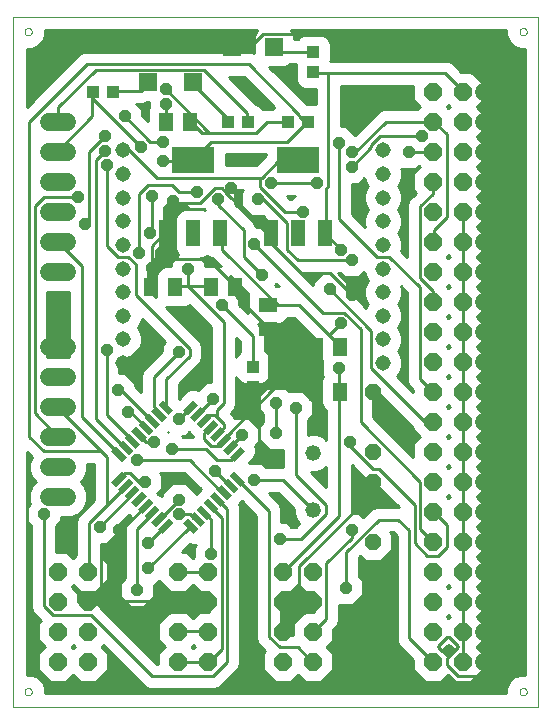
<source format=gtl>
G75*
G70*
%OFA0B0*%
%FSLAX24Y24*%
%IPPOS*%
%LPD*%
%AMOC8*
5,1,8,0,0,1.08239X$1,22.5*
%
%ADD10C,0.0000*%
%ADD11R,0.0500X0.0220*%
%ADD12R,0.0220X0.0500*%
%ADD13C,0.0520*%
%ADD14OC8,0.0520*%
%ADD15C,0.0515*%
%ADD16R,0.0480X0.0880*%
%ADD17R,0.1417X0.0866*%
%ADD18R,0.0512X0.0630*%
%ADD19R,0.0630X0.0512*%
%ADD20C,0.0600*%
%ADD21R,0.0394X0.0433*%
%ADD22R,0.0433X0.0394*%
%ADD23OC8,0.0600*%
%ADD24R,0.0591X0.0591*%
%ADD25C,0.0100*%
%ADD26OC8,0.0400*%
D10*
X000150Y000150D02*
X000150Y023150D01*
X017650Y023150D01*
X017650Y000150D01*
X000150Y000150D01*
X000532Y000650D02*
X000534Y000671D01*
X000540Y000691D01*
X000549Y000711D01*
X000561Y000728D01*
X000576Y000742D01*
X000594Y000754D01*
X000614Y000762D01*
X000634Y000767D01*
X000655Y000768D01*
X000676Y000765D01*
X000696Y000759D01*
X000715Y000748D01*
X000732Y000735D01*
X000745Y000719D01*
X000756Y000701D01*
X000764Y000681D01*
X000768Y000661D01*
X000768Y000639D01*
X000764Y000619D01*
X000756Y000599D01*
X000745Y000581D01*
X000732Y000565D01*
X000715Y000552D01*
X000696Y000541D01*
X000676Y000535D01*
X000655Y000532D01*
X000634Y000533D01*
X000614Y000538D01*
X000594Y000546D01*
X000576Y000558D01*
X000561Y000572D01*
X000549Y000589D01*
X000540Y000609D01*
X000534Y000629D01*
X000532Y000650D01*
X017032Y000650D02*
X017034Y000671D01*
X017040Y000691D01*
X017049Y000711D01*
X017061Y000728D01*
X017076Y000742D01*
X017094Y000754D01*
X017114Y000762D01*
X017134Y000767D01*
X017155Y000768D01*
X017176Y000765D01*
X017196Y000759D01*
X017215Y000748D01*
X017232Y000735D01*
X017245Y000719D01*
X017256Y000701D01*
X017264Y000681D01*
X017268Y000661D01*
X017268Y000639D01*
X017264Y000619D01*
X017256Y000599D01*
X017245Y000581D01*
X017232Y000565D01*
X017215Y000552D01*
X017196Y000541D01*
X017176Y000535D01*
X017155Y000532D01*
X017134Y000533D01*
X017114Y000538D01*
X017094Y000546D01*
X017076Y000558D01*
X017061Y000572D01*
X017049Y000589D01*
X017040Y000609D01*
X017034Y000629D01*
X017032Y000650D01*
X017032Y022650D02*
X017034Y022671D01*
X017040Y022691D01*
X017049Y022711D01*
X017061Y022728D01*
X017076Y022742D01*
X017094Y022754D01*
X017114Y022762D01*
X017134Y022767D01*
X017155Y022768D01*
X017176Y022765D01*
X017196Y022759D01*
X017215Y022748D01*
X017232Y022735D01*
X017245Y022719D01*
X017256Y022701D01*
X017264Y022681D01*
X017268Y022661D01*
X017268Y022639D01*
X017264Y022619D01*
X017256Y022599D01*
X017245Y022581D01*
X017232Y022565D01*
X017215Y022552D01*
X017196Y022541D01*
X017176Y022535D01*
X017155Y022532D01*
X017134Y022533D01*
X017114Y022538D01*
X017094Y022546D01*
X017076Y022558D01*
X017061Y022572D01*
X017049Y022589D01*
X017040Y022609D01*
X017034Y022629D01*
X017032Y022650D01*
X000532Y022650D02*
X000534Y022671D01*
X000540Y022691D01*
X000549Y022711D01*
X000561Y022728D01*
X000576Y022742D01*
X000594Y022754D01*
X000614Y022762D01*
X000634Y022767D01*
X000655Y022768D01*
X000676Y022765D01*
X000696Y022759D01*
X000715Y022748D01*
X000732Y022735D01*
X000745Y022719D01*
X000756Y022701D01*
X000764Y022681D01*
X000768Y022661D01*
X000768Y022639D01*
X000764Y022619D01*
X000756Y022599D01*
X000745Y022581D01*
X000732Y022565D01*
X000715Y022552D01*
X000696Y022541D01*
X000676Y022535D01*
X000655Y022532D01*
X000634Y022533D01*
X000614Y022538D01*
X000594Y022546D01*
X000576Y022558D01*
X000561Y022572D01*
X000549Y022589D01*
X000540Y022609D01*
X000534Y022629D01*
X000532Y022650D01*
D11*
G36*
X005808Y010026D02*
X006160Y010379D01*
X006316Y010224D01*
X005964Y009871D01*
X005808Y010026D01*
G37*
G36*
X006031Y009804D02*
X006383Y010157D01*
X006539Y010002D01*
X006187Y009649D01*
X006031Y009804D01*
G37*
G36*
X006254Y009582D02*
X006606Y009935D01*
X006762Y009780D01*
X006410Y009427D01*
X006254Y009582D01*
G37*
G36*
X006477Y009359D02*
X006829Y009712D01*
X006985Y009557D01*
X006633Y009204D01*
X006477Y009359D01*
G37*
G36*
X006700Y009137D02*
X007052Y009490D01*
X007208Y009335D01*
X006856Y008982D01*
X006700Y009137D01*
G37*
G36*
X006924Y008915D02*
X007276Y009268D01*
X007432Y009113D01*
X007080Y008760D01*
X006924Y008915D01*
G37*
G36*
X007147Y008692D02*
X007499Y009045D01*
X007655Y008890D01*
X007303Y008537D01*
X007147Y008692D01*
G37*
G36*
X007370Y008470D02*
X007722Y008823D01*
X007878Y008668D01*
X007526Y008315D01*
X007370Y008470D01*
G37*
G36*
X004984Y006076D02*
X005336Y006429D01*
X005492Y006274D01*
X005140Y005921D01*
X004984Y006076D01*
G37*
G36*
X004761Y006298D02*
X005113Y006651D01*
X005269Y006496D01*
X004917Y006143D01*
X004761Y006298D01*
G37*
G36*
X004538Y006520D02*
X004890Y006873D01*
X005046Y006718D01*
X004694Y006365D01*
X004538Y006520D01*
G37*
G36*
X004315Y006743D02*
X004667Y007096D01*
X004823Y006941D01*
X004471Y006588D01*
X004315Y006743D01*
G37*
G36*
X004092Y006965D02*
X004444Y007318D01*
X004600Y007163D01*
X004248Y006810D01*
X004092Y006965D01*
G37*
G36*
X003868Y007187D02*
X004220Y007540D01*
X004376Y007385D01*
X004024Y007032D01*
X003868Y007187D01*
G37*
G36*
X003645Y007410D02*
X003997Y007763D01*
X004153Y007608D01*
X003801Y007255D01*
X003645Y007410D01*
G37*
G36*
X003422Y007632D02*
X003774Y007985D01*
X003930Y007830D01*
X003578Y007477D01*
X003422Y007632D01*
G37*
D12*
G36*
X003421Y008660D02*
X003576Y008816D01*
X003929Y008464D01*
X003774Y008308D01*
X003421Y008660D01*
G37*
G36*
X003643Y008883D02*
X003798Y009039D01*
X004151Y008687D01*
X003996Y008531D01*
X003643Y008883D01*
G37*
G36*
X003865Y009106D02*
X004020Y009262D01*
X004373Y008910D01*
X004218Y008754D01*
X003865Y009106D01*
G37*
G36*
X004088Y009329D02*
X004243Y009485D01*
X004596Y009133D01*
X004441Y008977D01*
X004088Y009329D01*
G37*
G36*
X004310Y009552D02*
X004465Y009708D01*
X004818Y009356D01*
X004663Y009200D01*
X004310Y009552D01*
G37*
G36*
X004532Y009776D02*
X004687Y009932D01*
X005040Y009580D01*
X004885Y009424D01*
X004532Y009776D01*
G37*
G36*
X004755Y009999D02*
X004910Y010155D01*
X005263Y009803D01*
X005108Y009647D01*
X004755Y009999D01*
G37*
G36*
X004977Y010222D02*
X005132Y010378D01*
X005485Y010026D01*
X005330Y009870D01*
X004977Y010222D01*
G37*
G36*
X006927Y007390D02*
X007082Y007546D01*
X007435Y007194D01*
X007280Y007038D01*
X006927Y007390D01*
G37*
G36*
X006704Y007167D02*
X006859Y007323D01*
X007212Y006971D01*
X007057Y006815D01*
X006704Y007167D01*
G37*
G36*
X006482Y006944D02*
X006637Y007100D01*
X006990Y006748D01*
X006835Y006592D01*
X006482Y006944D01*
G37*
G36*
X006260Y006720D02*
X006415Y006876D01*
X006768Y006524D01*
X006613Y006368D01*
X006260Y006720D01*
G37*
G36*
X006037Y006497D02*
X006192Y006653D01*
X006545Y006301D01*
X006390Y006145D01*
X006037Y006497D01*
G37*
G36*
X005815Y006274D02*
X005970Y006430D01*
X006323Y006078D01*
X006168Y005922D01*
X005815Y006274D01*
G37*
G36*
X007149Y007613D02*
X007304Y007769D01*
X007657Y007417D01*
X007502Y007261D01*
X007149Y007613D01*
G37*
G36*
X007371Y007836D02*
X007526Y007992D01*
X007879Y007640D01*
X007724Y007484D01*
X007371Y007836D01*
G37*
D13*
X010150Y008600D03*
X010150Y006700D03*
D14*
X012150Y007650D03*
X012150Y008650D03*
X012150Y010650D03*
X012150Y005650D03*
D15*
X012481Y011607D03*
X012481Y012394D03*
X012481Y013181D03*
X012481Y013969D03*
X012481Y014756D03*
X012481Y015544D03*
X012481Y016331D03*
X012481Y017119D03*
X012481Y017906D03*
X012481Y018693D03*
X003819Y018693D03*
X003819Y017906D03*
X003819Y017119D03*
X003819Y016331D03*
X003819Y015544D03*
X003819Y014756D03*
X003819Y013969D03*
X003819Y013181D03*
X003819Y012394D03*
X003819Y011607D03*
D16*
X005240Y015930D03*
X006150Y015930D03*
X007060Y015930D03*
X008740Y015930D03*
X009650Y015930D03*
X010560Y015930D03*
D17*
X009650Y018370D03*
X006150Y018370D03*
D18*
X006044Y019650D03*
X005256Y019650D03*
X005544Y014150D03*
X004756Y014150D03*
X006756Y014150D03*
X007544Y014150D03*
X010256Y012150D03*
X011044Y012150D03*
X011044Y010650D03*
X010256Y010650D03*
D19*
X008650Y012756D03*
X008650Y013544D03*
D20*
X001950Y014650D02*
X001350Y014650D01*
X001350Y015650D02*
X001950Y015650D01*
X001950Y016650D02*
X001350Y016650D01*
X001350Y017650D02*
X001950Y017650D01*
X001950Y018650D02*
X001350Y018650D01*
X001350Y019650D02*
X001950Y019650D01*
X001950Y012150D02*
X001350Y012150D01*
X001350Y011150D02*
X001950Y011150D01*
X001950Y010150D02*
X001350Y010150D01*
X001350Y009150D02*
X001950Y009150D01*
X001950Y008150D02*
X001350Y008150D01*
X001350Y007150D02*
X001950Y007150D01*
X015850Y006650D02*
X016450Y006650D01*
X016450Y005650D02*
X015850Y005650D01*
X015850Y004650D02*
X016450Y004650D01*
X016450Y003650D02*
X015850Y003650D01*
X015850Y002650D02*
X016450Y002650D01*
X016450Y001650D02*
X015850Y001650D01*
X015850Y007650D02*
X016450Y007650D01*
X016450Y008650D02*
X015850Y008650D01*
X015850Y009650D02*
X016450Y009650D01*
X016450Y010650D02*
X015850Y010650D01*
X015850Y011650D02*
X016450Y011650D01*
X016450Y012650D02*
X015850Y012650D01*
X015850Y013650D02*
X016450Y013650D01*
X016450Y014650D02*
X015850Y014650D01*
X015850Y015650D02*
X016450Y015650D01*
X016450Y016650D02*
X015850Y016650D01*
X015850Y017650D02*
X016450Y017650D01*
X016450Y018650D02*
X015850Y018650D01*
X015850Y019650D02*
X016450Y019650D01*
X016450Y020650D02*
X015850Y020650D01*
D21*
X009985Y019650D03*
X009315Y019650D03*
X007985Y019650D03*
X007315Y019650D03*
X003485Y020650D03*
X002815Y020650D03*
D22*
X008150Y011485D03*
X008150Y010815D03*
X010150Y021315D03*
X010150Y021985D03*
D23*
X014150Y020650D03*
X014150Y019650D03*
X014150Y018650D03*
X014150Y017650D03*
X014150Y016650D03*
X014150Y015650D03*
X014150Y014650D03*
X014150Y013650D03*
X014150Y012650D03*
X014150Y011650D03*
X014150Y010650D03*
X014150Y009650D03*
X014150Y008650D03*
X014150Y007650D03*
X014150Y006650D03*
X014150Y005650D03*
X014150Y004650D03*
X014150Y003650D03*
X014150Y002650D03*
X014150Y001650D03*
X015150Y001650D03*
X015150Y002650D03*
X015150Y003650D03*
X015150Y004650D03*
X015150Y005650D03*
X015150Y006650D03*
X015150Y007650D03*
X015150Y008650D03*
X015150Y009650D03*
X015150Y010650D03*
X015150Y011650D03*
X015150Y012650D03*
X015150Y013650D03*
X015150Y014650D03*
X015150Y015650D03*
X015150Y016650D03*
X015150Y017650D03*
X015150Y018650D03*
X015150Y019650D03*
X015150Y020650D03*
X010150Y004650D03*
X010150Y003650D03*
X010150Y002650D03*
X010150Y001650D03*
X009150Y001650D03*
X009150Y002650D03*
X009150Y003650D03*
X009150Y004650D03*
X006650Y004650D03*
X006650Y003650D03*
X006650Y002650D03*
X006650Y001650D03*
X005650Y001650D03*
X005650Y002650D03*
X005650Y003650D03*
X005650Y004650D03*
X002650Y004650D03*
X002650Y003650D03*
X002650Y002650D03*
X002650Y001650D03*
X001650Y001650D03*
X001650Y002650D03*
X001650Y003650D03*
X001650Y004650D03*
D24*
X004650Y020961D03*
X004650Y022339D03*
X006150Y022339D03*
X006150Y020961D03*
X007461Y022150D03*
X008839Y022150D03*
D25*
X008850Y022110D01*
X008970Y021990D01*
X010110Y021990D01*
X010150Y021985D01*
X009860Y022551D02*
X009724Y022495D01*
X009639Y022410D01*
X009504Y022410D01*
X009504Y022519D01*
X009448Y022655D01*
X009403Y022700D01*
X016582Y022700D01*
X016582Y022537D01*
X016668Y022328D01*
X016828Y022168D01*
X017037Y022082D01*
X017200Y022082D01*
X017200Y001218D01*
X017037Y001218D01*
X016828Y001132D01*
X016668Y000972D01*
X016582Y000763D01*
X016582Y000600D01*
X001218Y000600D01*
X001218Y000763D01*
X001132Y000972D01*
X000972Y001132D01*
X000763Y001218D01*
X000600Y001218D01*
X000600Y008646D01*
X000763Y008483D01*
X000680Y008283D01*
X000680Y008017D01*
X000782Y007770D01*
X000902Y007650D01*
X000782Y007530D01*
X000680Y007283D01*
X000680Y007017D01*
X000718Y006924D01*
X000600Y006806D01*
X000600Y006334D01*
X000750Y006184D01*
X000750Y003426D01*
X000814Y003272D01*
X000932Y003154D01*
X001069Y003017D01*
X000980Y002928D01*
X000980Y002372D01*
X001202Y002150D01*
X000980Y001928D01*
X000980Y001372D01*
X001372Y000980D01*
X001928Y000980D01*
X002150Y001202D01*
X002372Y000980D01*
X002928Y000980D01*
X003320Y001372D01*
X003320Y001928D01*
X003098Y002150D01*
X003147Y002199D01*
X004532Y000814D01*
X004686Y000750D01*
X006894Y000750D01*
X007048Y000814D01*
X007166Y000932D01*
X007166Y000932D01*
X007646Y001412D01*
X007710Y001566D01*
X007710Y006834D01*
X007677Y006912D01*
X007712Y006947D01*
X007712Y006947D01*
X007766Y007000D01*
X008250Y006516D01*
X008250Y002406D01*
X008314Y002252D01*
X008559Y002007D01*
X008480Y001928D01*
X008480Y001372D01*
X008872Y000980D01*
X009428Y000980D01*
X009650Y001202D01*
X009872Y000980D01*
X010428Y000980D01*
X010820Y001372D01*
X010820Y001928D01*
X010598Y002150D01*
X010820Y002372D01*
X010820Y002726D01*
X010946Y002852D01*
X011010Y003006D01*
X011010Y003544D01*
X011014Y003540D01*
X011486Y003540D01*
X011820Y003874D01*
X011820Y004346D01*
X011670Y004496D01*
X011670Y005136D01*
X011722Y005188D01*
X011889Y005020D01*
X012411Y005020D01*
X012780Y005389D01*
X012780Y005911D01*
X012721Y005970D01*
X012816Y005970D01*
X012930Y005856D01*
X012930Y002346D01*
X012994Y002192D01*
X013480Y001706D01*
X013480Y001372D01*
X013872Y000980D01*
X014428Y000980D01*
X014650Y001202D01*
X014872Y000980D01*
X015428Y000980D01*
X015820Y001372D01*
X015820Y001928D01*
X015598Y002150D01*
X015820Y002372D01*
X015820Y002928D01*
X015598Y003150D01*
X015820Y003372D01*
X015820Y003928D01*
X015598Y004150D01*
X015820Y004372D01*
X015820Y004928D01*
X015598Y005150D01*
X015820Y005372D01*
X015820Y005928D01*
X015598Y006150D01*
X015820Y006372D01*
X015820Y006928D01*
X015598Y007150D01*
X015820Y007372D01*
X015820Y007928D01*
X015598Y008150D01*
X015820Y008372D01*
X015820Y008928D01*
X015598Y009150D01*
X015820Y009372D01*
X015820Y009928D01*
X015598Y010150D01*
X015820Y010372D01*
X015820Y010928D01*
X015598Y011150D01*
X015820Y011372D01*
X015820Y011928D01*
X015598Y012150D01*
X015820Y012372D01*
X015820Y012928D01*
X015598Y013150D01*
X015820Y013372D01*
X015820Y013928D01*
X015598Y014150D01*
X015820Y014372D01*
X015820Y014928D01*
X015598Y015150D01*
X015820Y015372D01*
X015820Y015928D01*
X015598Y016150D01*
X015820Y016372D01*
X015820Y016928D01*
X015598Y017150D01*
X015820Y017372D01*
X015820Y017928D01*
X015598Y018150D01*
X015820Y018372D01*
X015820Y018928D01*
X015598Y019150D01*
X015820Y019372D01*
X015820Y019928D01*
X015598Y020150D01*
X015820Y020372D01*
X015820Y020928D01*
X015428Y021320D01*
X015094Y021320D01*
X014788Y021626D01*
X014634Y021690D01*
X010727Y021690D01*
X010737Y021714D01*
X010737Y022255D01*
X010680Y022391D01*
X010576Y022495D01*
X010440Y022551D01*
X009860Y022551D01*
X009759Y022510D02*
X009504Y022510D01*
X009504Y022411D02*
X009640Y022411D01*
X009467Y022608D02*
X016582Y022608D01*
X016593Y022510D02*
X010541Y022510D01*
X010660Y022411D02*
X016634Y022411D01*
X016684Y022313D02*
X010713Y022313D01*
X010737Y022214D02*
X016783Y022214D01*
X016956Y022116D02*
X010737Y022116D01*
X010737Y022017D02*
X017200Y022017D01*
X017200Y021919D02*
X010737Y021919D01*
X010737Y021820D02*
X017200Y021820D01*
X017200Y021722D02*
X010737Y021722D01*
X010650Y021270D02*
X010650Y017490D01*
X010590Y017430D01*
X010590Y015930D01*
X010560Y015930D01*
X010530Y015930D01*
X011070Y015390D01*
X011430Y015030D02*
X009630Y015030D01*
X009270Y015390D01*
X009270Y016290D01*
X008490Y017070D01*
X008310Y017070D01*
X008370Y017490D02*
X009210Y016650D01*
X009810Y016650D01*
X009424Y017070D02*
X009544Y017190D01*
X009264Y017190D01*
X009384Y017070D01*
X009424Y017070D01*
X009446Y017092D02*
X009362Y017092D01*
X008730Y017610D02*
X010290Y017610D01*
X009630Y018330D02*
X009650Y018370D01*
X009630Y018330D02*
X008970Y018330D01*
X008430Y017790D01*
X008370Y017790D01*
X008370Y017490D01*
X008370Y017790D02*
X004950Y017790D01*
X004050Y018690D01*
X003870Y018690D01*
X003819Y018693D01*
X004410Y018810D02*
X002790Y020430D01*
X002790Y020610D01*
X002815Y020650D01*
X002790Y020430D02*
X002790Y019830D01*
X001650Y018690D01*
X001650Y018650D01*
X001650Y019650D02*
X001650Y020130D01*
X002910Y021390D01*
X006510Y021390D01*
X007950Y019950D01*
X007950Y019650D01*
X007985Y019650D01*
X008250Y019290D02*
X006690Y019290D01*
X005250Y020730D01*
X005250Y020250D02*
X005250Y019650D01*
X005256Y019650D01*
X004630Y019664D02*
X004440Y019854D01*
X004440Y020066D01*
X004256Y020250D01*
X004494Y020250D01*
X004604Y020296D01*
X004680Y020296D01*
X004680Y020158D01*
X004630Y020039D01*
X004630Y019664D01*
X004630Y019752D02*
X004542Y019752D01*
X004630Y019850D02*
X004444Y019850D01*
X004440Y019949D02*
X004630Y019949D01*
X004634Y020047D02*
X004440Y020047D01*
X004361Y020146D02*
X004675Y020146D01*
X004680Y020244D02*
X004262Y020244D01*
X004410Y020670D02*
X004650Y020910D01*
X004650Y020961D01*
X004410Y020670D02*
X003510Y020670D01*
X003485Y020650D01*
X003870Y019830D02*
X004710Y018990D01*
X005130Y018990D01*
X005130Y018330D02*
X006150Y018330D01*
X006150Y018370D01*
X006150Y018390D01*
X006750Y018990D01*
X009270Y018990D01*
X009930Y019650D01*
X009985Y019650D01*
X009870Y019650D01*
X009690Y019830D01*
X009690Y019890D01*
X008010Y021570D01*
X002610Y021570D01*
X000690Y019650D01*
X000690Y009150D01*
X001170Y008670D01*
X003030Y008670D01*
X003060Y008700D01*
X001650Y010110D01*
X001650Y010150D01*
X000870Y009930D02*
X001650Y009150D01*
X002430Y009810D02*
X002430Y014850D01*
X001650Y015630D01*
X001650Y015650D01*
X002550Y016230D02*
X002670Y016350D01*
X002670Y018630D01*
X003210Y019170D01*
X003210Y018690D02*
X002910Y018390D01*
X002910Y009750D01*
X003870Y008790D01*
X003897Y008785D01*
X003675Y008562D02*
X003630Y008610D01*
X002430Y009810D01*
X003270Y009870D02*
X004110Y009030D01*
X004119Y009008D01*
X004350Y009210D02*
X004342Y009231D01*
X004350Y009210D02*
X004590Y008970D01*
X004830Y008970D01*
X004564Y009454D02*
X004530Y009510D01*
X004050Y009990D01*
X003990Y009990D01*
X003750Y010710D02*
X003630Y010710D01*
X003750Y010710D02*
X004770Y009690D01*
X004786Y009678D01*
X004950Y009930D02*
X005009Y009901D01*
X004950Y009930D02*
X004950Y010050D01*
X004830Y010170D01*
X004830Y011130D01*
X005670Y011970D01*
X006030Y012090D02*
X006030Y011850D01*
X005250Y011070D01*
X005250Y010170D01*
X005231Y010124D01*
X005670Y010412D02*
X005670Y010896D01*
X006268Y011494D01*
X006386Y011612D01*
X006450Y011766D01*
X006450Y012174D01*
X006386Y012328D01*
X005249Y013465D01*
X005873Y013465D01*
X006009Y013521D01*
X006027Y013539D01*
X006750Y012816D01*
X006750Y010980D01*
X006574Y010980D01*
X006312Y010718D01*
X006234Y010750D01*
X006086Y010750D01*
X005950Y010693D01*
X005670Y010412D01*
X005670Y010493D02*
X005750Y010493D01*
X005670Y010591D02*
X005849Y010591D01*
X005947Y010690D02*
X005670Y010690D01*
X005670Y010788D02*
X006382Y010788D01*
X006480Y010887D02*
X005670Y010887D01*
X005759Y010985D02*
X006750Y010985D01*
X006750Y011084D02*
X005857Y011084D01*
X005956Y011182D02*
X006750Y011182D01*
X006750Y011281D02*
X006054Y011281D01*
X006153Y011379D02*
X006750Y011379D01*
X006750Y011478D02*
X006251Y011478D01*
X006350Y011576D02*
X006750Y011576D01*
X006750Y011675D02*
X006412Y011675D01*
X006450Y011773D02*
X006750Y011773D01*
X006750Y011872D02*
X006450Y011872D01*
X006450Y011970D02*
X006750Y011970D01*
X006750Y012069D02*
X006450Y012069D01*
X006450Y012167D02*
X006750Y012167D01*
X006750Y012266D02*
X006412Y012266D01*
X006350Y012364D02*
X006750Y012364D01*
X006750Y012463D02*
X006251Y012463D01*
X006153Y012561D02*
X006750Y012561D01*
X006750Y012660D02*
X006054Y012660D01*
X005956Y012758D02*
X006750Y012758D01*
X006709Y012857D02*
X005857Y012857D01*
X005759Y012955D02*
X006611Y012955D01*
X006512Y013054D02*
X005660Y013054D01*
X005562Y013152D02*
X006414Y013152D01*
X006315Y013251D02*
X005463Y013251D01*
X005365Y013349D02*
X006217Y013349D01*
X006118Y013448D02*
X005266Y013448D01*
X004918Y013796D02*
X004650Y014064D01*
X004650Y014764D01*
X004920Y015034D01*
X004920Y015360D01*
X004946Y015360D01*
X005280Y015694D01*
X005280Y016166D01*
X005190Y016256D01*
X005190Y016804D01*
X005340Y016954D01*
X005340Y017046D01*
X005432Y016954D01*
X005586Y016890D01*
X005884Y016890D01*
X006034Y016740D01*
X006506Y016740D01*
X006510Y016744D01*
X006549Y016704D01*
X006464Y016740D01*
X005836Y016740D01*
X005700Y016684D01*
X005596Y016580D01*
X005540Y016444D01*
X005540Y015416D01*
X005596Y015280D01*
X005655Y015221D01*
X005400Y014966D01*
X005400Y014835D01*
X005214Y014835D01*
X005078Y014779D01*
X004974Y014675D01*
X004918Y014539D01*
X004918Y013796D01*
X004918Y013842D02*
X004872Y013842D01*
X004918Y013940D02*
X004774Y013940D01*
X004675Y014039D02*
X004918Y014039D01*
X004918Y014137D02*
X004650Y014137D01*
X004650Y014236D02*
X004918Y014236D01*
X004918Y014334D02*
X004650Y014334D01*
X004650Y014433D02*
X004918Y014433D01*
X004918Y014531D02*
X004650Y014531D01*
X004650Y014630D02*
X004955Y014630D01*
X005028Y014728D02*
X004650Y014728D01*
X004713Y014827D02*
X005194Y014827D01*
X005400Y014925D02*
X004811Y014925D01*
X004910Y015024D02*
X005457Y015024D01*
X005556Y015122D02*
X004920Y015122D01*
X004920Y015221D02*
X005654Y015221D01*
X005580Y015319D02*
X004920Y015319D01*
X005004Y015418D02*
X005540Y015418D01*
X005540Y015516D02*
X005102Y015516D01*
X005201Y015615D02*
X005540Y015615D01*
X005540Y015713D02*
X005280Y015713D01*
X005280Y015812D02*
X005540Y015812D01*
X005540Y015910D02*
X005280Y015910D01*
X005250Y015930D02*
X005240Y015930D01*
X005190Y015930D01*
X004770Y015510D01*
X004770Y015090D01*
X006630Y015090D01*
X007530Y014190D01*
X007544Y014150D01*
X007590Y014130D01*
X007590Y013830D01*
X008610Y012810D01*
X008650Y012756D01*
X008670Y012750D01*
X008670Y010770D01*
X008190Y010770D01*
X008150Y010815D01*
X007860Y010918D02*
X008440Y010918D01*
X008576Y010974D01*
X008680Y011078D01*
X008737Y011214D01*
X008737Y011755D01*
X008680Y011891D01*
X008576Y011995D01*
X008550Y012006D01*
X008550Y012594D01*
X008486Y012748D01*
X008316Y012918D01*
X009039Y012918D01*
X009175Y012974D01*
X009279Y013078D01*
X009292Y013110D01*
X009516Y013110D01*
X010324Y012302D01*
X010418Y012208D01*
X010418Y011761D01*
X010452Y011678D01*
X010440Y011666D01*
X010440Y011194D01*
X010470Y011164D01*
X010418Y011039D01*
X010418Y010261D01*
X010474Y010125D01*
X010578Y010021D01*
X010590Y010016D01*
X010590Y009051D01*
X010507Y009134D01*
X010275Y009230D01*
X010025Y009230D01*
X009990Y009216D01*
X009990Y009724D01*
X010140Y009874D01*
X010140Y010346D01*
X009806Y010680D01*
X009334Y010680D01*
X009330Y010676D01*
X009146Y010860D01*
X008674Y010860D01*
X008340Y010526D01*
X008340Y010054D01*
X008490Y009904D01*
X008490Y009656D01*
X008340Y009506D01*
X008340Y009034D01*
X008674Y008700D01*
X009146Y008700D01*
X009150Y008704D01*
X009150Y008130D01*
X008576Y008130D01*
X008426Y008280D01*
X008013Y008280D01*
X008192Y008459D01*
X008248Y008595D01*
X008248Y008743D01*
X008207Y008841D01*
X008340Y008974D01*
X008340Y009446D01*
X008006Y009780D01*
X007538Y009780D01*
X007526Y009808D01*
X007404Y009930D01*
X007408Y009934D01*
X007526Y010052D01*
X007590Y010206D01*
X007590Y011150D01*
X007620Y011078D01*
X007724Y010974D01*
X007860Y010918D01*
X007713Y010985D02*
X007590Y010985D01*
X007590Y010887D02*
X010418Y010887D01*
X010418Y010985D02*
X008587Y010985D01*
X008682Y011084D02*
X010436Y011084D01*
X010452Y011182D02*
X008723Y011182D01*
X008737Y011281D02*
X010440Y011281D01*
X010440Y011379D02*
X008737Y011379D01*
X008737Y011478D02*
X010440Y011478D01*
X010440Y011576D02*
X008737Y011576D01*
X008737Y011675D02*
X010448Y011675D01*
X010418Y011773D02*
X008729Y011773D01*
X008688Y011872D02*
X010418Y011872D01*
X010418Y011970D02*
X008601Y011970D01*
X008550Y012069D02*
X010418Y012069D01*
X010418Y012167D02*
X008550Y012167D01*
X008550Y012266D02*
X010360Y012266D01*
X010324Y012302D02*
X010324Y012302D01*
X010262Y012364D02*
X008550Y012364D01*
X008550Y012463D02*
X010163Y012463D01*
X010065Y012561D02*
X008550Y012561D01*
X008523Y012660D02*
X009966Y012660D01*
X009868Y012758D02*
X008476Y012758D01*
X008377Y012857D02*
X009769Y012857D01*
X009671Y012955D02*
X009128Y012955D01*
X009254Y013054D02*
X009572Y013054D01*
X009690Y013530D02*
X010680Y012540D01*
X011070Y012930D01*
X011190Y013290D02*
X011730Y012750D01*
X011730Y009630D01*
X013710Y007650D01*
X013710Y006090D01*
X014150Y005650D01*
X014310Y005190D02*
X013950Y005190D01*
X013530Y005610D01*
X013530Y006870D01*
X012330Y008070D01*
X012150Y008070D01*
X011370Y008850D01*
X011370Y008970D01*
X011430Y008196D02*
X011794Y007832D01*
X011912Y007714D01*
X012066Y007650D01*
X012156Y007650D01*
X012996Y006810D01*
X012246Y006810D01*
X012092Y006746D01*
X011974Y006628D01*
X011806Y006460D01*
X011666Y006600D01*
X011430Y006600D01*
X011430Y008196D01*
X011430Y008129D02*
X011498Y008129D01*
X011430Y008030D02*
X011596Y008030D01*
X011695Y007932D02*
X011430Y007932D01*
X011430Y007833D02*
X011793Y007833D01*
X011892Y007735D02*
X011430Y007735D01*
X011430Y007636D02*
X012170Y007636D01*
X012150Y007650D02*
X012150Y007290D01*
X009690Y004830D01*
X009690Y004230D01*
X009150Y003690D01*
X009150Y003650D01*
X009150Y002650D01*
X009141Y002613D02*
X009480Y002613D01*
X009480Y002550D02*
X009204Y002550D01*
X009090Y002664D01*
X009090Y003980D01*
X009428Y003980D01*
X009650Y004202D01*
X009872Y003980D01*
X010170Y003980D01*
X010170Y003320D01*
X009872Y003320D01*
X009480Y002928D01*
X009480Y002550D01*
X009480Y002711D02*
X009090Y002711D01*
X009090Y002810D02*
X009480Y002810D01*
X009480Y002908D02*
X009090Y002908D01*
X009090Y003007D02*
X009559Y003007D01*
X009657Y003105D02*
X009090Y003105D01*
X009090Y003204D02*
X009756Y003204D01*
X009854Y003302D02*
X009090Y003302D01*
X009090Y003401D02*
X010170Y003401D01*
X010170Y003499D02*
X009090Y003499D01*
X009090Y003598D02*
X010170Y003598D01*
X010150Y003650D02*
X009690Y004110D01*
X009690Y004230D01*
X009664Y004189D02*
X009636Y004189D01*
X009538Y004090D02*
X009762Y004090D01*
X009861Y003992D02*
X009439Y003992D01*
X009090Y003893D02*
X010170Y003893D01*
X010170Y003795D02*
X009090Y003795D01*
X009090Y003696D02*
X010170Y003696D01*
X010590Y003090D02*
X010150Y002650D01*
X010590Y003090D02*
X010590Y004950D01*
X011430Y005790D01*
X011430Y006030D01*
X011714Y006553D02*
X011899Y006553D01*
X011997Y006651D02*
X011430Y006651D01*
X011430Y006750D02*
X012100Y006750D01*
X012330Y006390D02*
X012990Y006390D01*
X013350Y006030D01*
X013350Y002430D01*
X014130Y001650D01*
X014150Y001650D01*
X014430Y002010D02*
X014310Y002130D01*
X014310Y002190D01*
X014610Y002490D01*
X014670Y002490D01*
X014970Y002190D01*
X014970Y002130D01*
X014610Y001770D01*
X014610Y001530D01*
X014970Y001170D01*
X015630Y001170D01*
X016110Y001650D01*
X016150Y001650D01*
X016170Y001650D01*
X016170Y002610D01*
X016150Y002650D01*
X016170Y002670D01*
X016170Y003630D01*
X016150Y003650D01*
X016170Y003690D01*
X016170Y004650D01*
X016150Y004650D01*
X016170Y004650D02*
X016170Y005610D01*
X016150Y005650D01*
X016170Y005670D01*
X016170Y006630D01*
X016150Y006650D01*
X016170Y006690D01*
X016170Y007650D01*
X016150Y007650D01*
X016170Y007650D02*
X016170Y008610D01*
X016150Y008650D01*
X016170Y008670D01*
X016170Y009630D01*
X016150Y009650D01*
X016170Y009690D01*
X016170Y010650D01*
X016150Y010650D01*
X015820Y010690D02*
X017200Y010690D01*
X017200Y010788D02*
X015820Y010788D01*
X015820Y010887D02*
X017200Y010887D01*
X017200Y010985D02*
X015762Y010985D01*
X015664Y011084D02*
X017200Y011084D01*
X017200Y011182D02*
X015630Y011182D01*
X015728Y011281D02*
X017200Y011281D01*
X017200Y011379D02*
X015820Y011379D01*
X015820Y011478D02*
X017200Y011478D01*
X017200Y011576D02*
X015820Y011576D01*
X015820Y011675D02*
X017200Y011675D01*
X017200Y011773D02*
X015820Y011773D01*
X015820Y011872D02*
X017200Y011872D01*
X017200Y011970D02*
X015777Y011970D01*
X015679Y012069D02*
X017200Y012069D01*
X017200Y012167D02*
X015615Y012167D01*
X015713Y012266D02*
X017200Y012266D01*
X017200Y012364D02*
X015812Y012364D01*
X015820Y012463D02*
X017200Y012463D01*
X017200Y012561D02*
X015820Y012561D01*
X015820Y012660D02*
X017200Y012660D01*
X017200Y012758D02*
X015820Y012758D01*
X015820Y012857D02*
X017200Y012857D01*
X017200Y012955D02*
X015792Y012955D01*
X015694Y013054D02*
X017200Y013054D01*
X017200Y013152D02*
X015600Y013152D01*
X015698Y013251D02*
X017200Y013251D01*
X017200Y013349D02*
X015797Y013349D01*
X015820Y013448D02*
X017200Y013448D01*
X017200Y013546D02*
X015820Y013546D01*
X015820Y013645D02*
X017200Y013645D01*
X017200Y013743D02*
X015820Y013743D01*
X015820Y013842D02*
X017200Y013842D01*
X017200Y013940D02*
X015807Y013940D01*
X015709Y014039D02*
X017200Y014039D01*
X017200Y014137D02*
X015610Y014137D01*
X015683Y014236D02*
X017200Y014236D01*
X017200Y014334D02*
X015782Y014334D01*
X015820Y014433D02*
X017200Y014433D01*
X017200Y014531D02*
X015820Y014531D01*
X015820Y014630D02*
X017200Y014630D01*
X017200Y014728D02*
X015820Y014728D01*
X015820Y014827D02*
X017200Y014827D01*
X017200Y014925D02*
X015820Y014925D01*
X015724Y015024D02*
X017200Y015024D01*
X017200Y015122D02*
X015625Y015122D01*
X015668Y015221D02*
X017200Y015221D01*
X017200Y015319D02*
X015767Y015319D01*
X015820Y015418D02*
X017200Y015418D01*
X017200Y015516D02*
X015820Y015516D01*
X015820Y015615D02*
X017200Y015615D01*
X017200Y015713D02*
X015820Y015713D01*
X015820Y015812D02*
X017200Y015812D01*
X017200Y015910D02*
X015820Y015910D01*
X015739Y016009D02*
X017200Y016009D01*
X017200Y016107D02*
X015640Y016107D01*
X015653Y016206D02*
X017200Y016206D01*
X017200Y016304D02*
X015752Y016304D01*
X015820Y016403D02*
X017200Y016403D01*
X017200Y016501D02*
X015820Y016501D01*
X015820Y016600D02*
X017200Y016600D01*
X017200Y016698D02*
X015820Y016698D01*
X015820Y016797D02*
X017200Y016797D01*
X017200Y016895D02*
X015820Y016895D01*
X015754Y016994D02*
X017200Y016994D01*
X017200Y017092D02*
X015655Y017092D01*
X015638Y017191D02*
X017200Y017191D01*
X017200Y017289D02*
X015737Y017289D01*
X015820Y017388D02*
X017200Y017388D01*
X017200Y017486D02*
X015820Y017486D01*
X015820Y017585D02*
X017200Y017585D01*
X017200Y017683D02*
X015820Y017683D01*
X015820Y017782D02*
X017200Y017782D01*
X017200Y017880D02*
X015820Y017880D01*
X015769Y017979D02*
X017200Y017979D01*
X017200Y018077D02*
X015670Y018077D01*
X015623Y018176D02*
X017200Y018176D01*
X017200Y018274D02*
X015722Y018274D01*
X015820Y018373D02*
X017200Y018373D01*
X017200Y018471D02*
X015820Y018471D01*
X015820Y018570D02*
X017200Y018570D01*
X017200Y018668D02*
X015820Y018668D01*
X015820Y018767D02*
X017200Y018767D01*
X017200Y018865D02*
X015820Y018865D01*
X015784Y018964D02*
X017200Y018964D01*
X017200Y019062D02*
X015685Y019062D01*
X015608Y019161D02*
X017200Y019161D01*
X017200Y019259D02*
X015707Y019259D01*
X015805Y019358D02*
X017200Y019358D01*
X017200Y019456D02*
X015820Y019456D01*
X015820Y019555D02*
X017200Y019555D01*
X017200Y019653D02*
X015820Y019653D01*
X015820Y019752D02*
X017200Y019752D01*
X017200Y019850D02*
X015820Y019850D01*
X015799Y019949D02*
X017200Y019949D01*
X017200Y020047D02*
X015700Y020047D01*
X015602Y020146D02*
X017200Y020146D01*
X017200Y020244D02*
X015692Y020244D01*
X015790Y020343D02*
X017200Y020343D01*
X017200Y020441D02*
X015820Y020441D01*
X015820Y020540D02*
X017200Y020540D01*
X017200Y020638D02*
X015820Y020638D01*
X015820Y020737D02*
X017200Y020737D01*
X017200Y020835D02*
X015820Y020835D01*
X015814Y020934D02*
X017200Y020934D01*
X017200Y021032D02*
X015715Y021032D01*
X015617Y021131D02*
X017200Y021131D01*
X017200Y021229D02*
X015518Y021229D01*
X015086Y021328D02*
X017200Y021328D01*
X017200Y021426D02*
X014988Y021426D01*
X014889Y021525D02*
X017200Y021525D01*
X017200Y021623D02*
X014791Y021623D01*
X014550Y021270D02*
X015150Y020670D01*
X015150Y020650D01*
X014702Y020150D02*
X014650Y020098D01*
X014598Y020150D01*
X014650Y020202D01*
X014702Y020150D01*
X014698Y020146D02*
X014602Y020146D01*
X014190Y019650D02*
X014150Y019650D01*
X012570Y019650D01*
X011550Y018630D01*
X011430Y018630D01*
X011430Y018150D02*
X012090Y018810D01*
X012090Y018870D01*
X012390Y019170D01*
X013770Y019170D01*
X014190Y019650D02*
X014610Y019230D01*
X014610Y016470D01*
X014190Y016050D01*
X014190Y015690D01*
X014150Y015650D01*
X014650Y015202D02*
X014702Y015150D01*
X014650Y015098D01*
X014598Y015150D01*
X014650Y015202D01*
X014625Y015122D02*
X014675Y015122D01*
X015150Y014650D02*
X015150Y015650D01*
X015150Y016650D01*
X016150Y016650D02*
X016170Y016650D01*
X016170Y015690D01*
X016150Y015650D01*
X016170Y015630D01*
X016170Y014670D01*
X016150Y014650D01*
X016170Y014610D01*
X016170Y013650D01*
X016150Y013650D01*
X016170Y013650D02*
X016170Y012690D01*
X016150Y012650D01*
X016170Y012630D01*
X016170Y011670D01*
X016150Y011650D01*
X015150Y011650D02*
X015150Y010650D01*
X015150Y009650D01*
X015150Y008650D01*
X015150Y007650D01*
X015150Y006650D01*
X015150Y005650D01*
X015150Y004650D01*
X015150Y003650D01*
X015150Y002650D01*
X015150Y001650D01*
X015628Y002120D02*
X017200Y002120D01*
X017200Y002022D02*
X015726Y002022D01*
X015820Y001923D02*
X017200Y001923D01*
X017200Y001825D02*
X015820Y001825D01*
X015820Y001726D02*
X017200Y001726D01*
X017200Y001628D02*
X015820Y001628D01*
X015820Y001529D02*
X017200Y001529D01*
X017200Y001431D02*
X015820Y001431D01*
X015780Y001332D02*
X017200Y001332D01*
X017200Y001234D02*
X015681Y001234D01*
X015583Y001135D02*
X016836Y001135D01*
X016733Y001037D02*
X015484Y001037D01*
X014816Y001037D02*
X014484Y001037D01*
X014583Y001135D02*
X014717Y001135D01*
X014670Y002010D02*
X014430Y002010D01*
X014598Y002150D02*
X014650Y002098D01*
X014702Y002150D01*
X014650Y002202D01*
X014598Y002150D01*
X014628Y002120D02*
X014672Y002120D01*
X014650Y003098D02*
X014598Y003150D01*
X014650Y003202D01*
X014702Y003150D01*
X014650Y003098D01*
X014643Y003105D02*
X014657Y003105D01*
X014650Y004098D02*
X014598Y004150D01*
X014650Y004202D01*
X014702Y004150D01*
X014650Y004098D01*
X014636Y004189D02*
X014664Y004189D01*
X015636Y004189D02*
X017200Y004189D01*
X017200Y004287D02*
X015735Y004287D01*
X015820Y004386D02*
X017200Y004386D01*
X017200Y004484D02*
X015820Y004484D01*
X015820Y004583D02*
X017200Y004583D01*
X017200Y004681D02*
X015820Y004681D01*
X015820Y004780D02*
X017200Y004780D01*
X017200Y004878D02*
X015820Y004878D01*
X015771Y004977D02*
X017200Y004977D01*
X017200Y005075D02*
X015673Y005075D01*
X015621Y005174D02*
X017200Y005174D01*
X017200Y005272D02*
X015720Y005272D01*
X015818Y005371D02*
X017200Y005371D01*
X017200Y005469D02*
X015820Y005469D01*
X015820Y005568D02*
X017200Y005568D01*
X017200Y005666D02*
X015820Y005666D01*
X015820Y005765D02*
X017200Y005765D01*
X017200Y005863D02*
X015820Y005863D01*
X015786Y005962D02*
X017200Y005962D01*
X017200Y006060D02*
X015688Y006060D01*
X015606Y006159D02*
X017200Y006159D01*
X017200Y006257D02*
X015705Y006257D01*
X015803Y006356D02*
X017200Y006356D01*
X017200Y006454D02*
X015820Y006454D01*
X015820Y006553D02*
X017200Y006553D01*
X017200Y006651D02*
X015820Y006651D01*
X015820Y006750D02*
X017200Y006750D01*
X017200Y006848D02*
X015820Y006848D01*
X015801Y006947D02*
X017200Y006947D01*
X017200Y007045D02*
X015703Y007045D01*
X015604Y007144D02*
X017200Y007144D01*
X017200Y007242D02*
X015690Y007242D01*
X015788Y007341D02*
X017200Y007341D01*
X017200Y007439D02*
X015820Y007439D01*
X015820Y007538D02*
X017200Y007538D01*
X017200Y007636D02*
X015820Y007636D01*
X015820Y007735D02*
X017200Y007735D01*
X017200Y007833D02*
X015820Y007833D01*
X015816Y007932D02*
X017200Y007932D01*
X017200Y008030D02*
X015718Y008030D01*
X015619Y008129D02*
X017200Y008129D01*
X017200Y008227D02*
X015675Y008227D01*
X015773Y008326D02*
X017200Y008326D01*
X017200Y008424D02*
X015820Y008424D01*
X015820Y008523D02*
X017200Y008523D01*
X017200Y008621D02*
X015820Y008621D01*
X015820Y008720D02*
X017200Y008720D01*
X017200Y008818D02*
X015820Y008818D01*
X015820Y008917D02*
X017200Y008917D01*
X017200Y009015D02*
X015732Y009015D01*
X015634Y009114D02*
X017200Y009114D01*
X017200Y009212D02*
X015660Y009212D01*
X015758Y009311D02*
X017200Y009311D01*
X017200Y009409D02*
X015820Y009409D01*
X015820Y009508D02*
X017200Y009508D01*
X017200Y009606D02*
X015820Y009606D01*
X015820Y009705D02*
X017200Y009705D01*
X017200Y009803D02*
X015820Y009803D01*
X015820Y009902D02*
X017200Y009902D01*
X017200Y010000D02*
X015747Y010000D01*
X015649Y010099D02*
X017200Y010099D01*
X017200Y010197D02*
X015645Y010197D01*
X015743Y010296D02*
X017200Y010296D01*
X017200Y010394D02*
X015820Y010394D01*
X015820Y010493D02*
X017200Y010493D01*
X017200Y010591D02*
X015820Y010591D01*
X015150Y011650D02*
X015150Y012650D01*
X015150Y013650D01*
X015150Y014650D01*
X014702Y014150D02*
X014650Y014098D01*
X014598Y014150D01*
X014650Y014202D01*
X014702Y014150D01*
X014690Y014137D02*
X014610Y014137D01*
X014130Y014010D02*
X014130Y013650D01*
X014150Y013650D01*
X014130Y014010D02*
X013710Y014430D01*
X013710Y016830D01*
X014130Y017250D01*
X014130Y017610D01*
X014150Y017650D01*
X013702Y018150D02*
X013480Y017928D01*
X013480Y017372D01*
X013569Y017283D01*
X013472Y017186D01*
X013354Y017068D01*
X013290Y016914D01*
X013290Y015144D01*
X013081Y015353D01*
X013108Y015419D01*
X013108Y015669D01*
X013013Y015899D01*
X012974Y015937D01*
X013013Y015976D01*
X013108Y016206D01*
X013108Y016456D01*
X013013Y016687D01*
X012974Y016725D01*
X013013Y016763D01*
X013108Y016994D01*
X013108Y017243D01*
X013013Y017474D01*
X012974Y017512D01*
X013013Y017550D01*
X013108Y017781D01*
X013108Y018031D01*
X013083Y018090D01*
X013114Y018060D01*
X013586Y018060D01*
X013689Y018163D01*
X013702Y018150D01*
X013630Y018077D02*
X013603Y018077D01*
X013531Y017979D02*
X013108Y017979D01*
X013097Y018077D02*
X013089Y018077D01*
X013108Y017880D02*
X013480Y017880D01*
X013480Y017782D02*
X013108Y017782D01*
X013068Y017683D02*
X013480Y017683D01*
X013480Y017585D02*
X013027Y017585D01*
X013001Y017486D02*
X013480Y017486D01*
X013480Y017388D02*
X013048Y017388D01*
X013089Y017289D02*
X013563Y017289D01*
X013477Y017191D02*
X013108Y017191D01*
X013108Y017092D02*
X013378Y017092D01*
X013323Y016994D02*
X013108Y016994D01*
X013067Y016895D02*
X013290Y016895D01*
X013290Y016797D02*
X013027Y016797D01*
X013001Y016698D02*
X013290Y016698D01*
X013290Y016600D02*
X013049Y016600D01*
X013089Y016501D02*
X013290Y016501D01*
X013290Y016403D02*
X013108Y016403D01*
X013108Y016304D02*
X013290Y016304D01*
X013290Y016206D02*
X013108Y016206D01*
X013067Y016107D02*
X013290Y016107D01*
X013290Y016009D02*
X013026Y016009D01*
X013002Y015910D02*
X013290Y015910D01*
X013290Y015812D02*
X013049Y015812D01*
X013090Y015713D02*
X013290Y015713D01*
X013290Y015615D02*
X013108Y015615D01*
X013108Y015516D02*
X013290Y015516D01*
X013290Y015418D02*
X013108Y015418D01*
X013115Y015319D02*
X013290Y015319D01*
X013290Y015221D02*
X013213Y015221D01*
X012690Y015150D02*
X013710Y014130D01*
X013710Y011070D01*
X014130Y010650D01*
X014150Y010650D01*
X014645Y010197D02*
X014655Y010197D01*
X014650Y010202D02*
X014702Y010150D01*
X014650Y010098D01*
X014598Y010150D01*
X014650Y010202D01*
X014649Y010099D02*
X014651Y010099D01*
X014130Y009690D02*
X014150Y009650D01*
X014130Y009690D02*
X013830Y009690D01*
X012090Y011430D01*
X012090Y012690D01*
X010710Y014070D01*
X010710Y014610D02*
X011430Y013890D01*
X011434Y013940D02*
X011853Y013940D01*
X011853Y013844D02*
X011949Y013613D01*
X011987Y013575D01*
X011949Y013537D01*
X011916Y013458D01*
X011280Y014094D01*
X011280Y014306D01*
X010976Y014610D01*
X011044Y014610D01*
X011194Y014460D01*
X011666Y014460D01*
X011853Y014647D01*
X011853Y014631D01*
X011949Y014401D01*
X011987Y014363D01*
X011949Y014324D01*
X011853Y014094D01*
X011853Y013844D01*
X011854Y013842D02*
X011532Y013842D01*
X011631Y013743D02*
X011895Y013743D01*
X011936Y013645D02*
X011729Y013645D01*
X011828Y013546D02*
X011958Y013546D01*
X011853Y014039D02*
X011335Y014039D01*
X011280Y014137D02*
X011871Y014137D01*
X011912Y014236D02*
X011280Y014236D01*
X011252Y014334D02*
X011958Y014334D01*
X011936Y014433D02*
X011154Y014433D01*
X011123Y014531D02*
X011055Y014531D01*
X010710Y014610D02*
X009750Y014610D01*
X008790Y015570D01*
X008790Y015930D01*
X008740Y015930D01*
X008610Y015930D01*
X007260Y017280D01*
X007410Y017430D01*
X007496Y017370D02*
X007804Y017370D01*
X007740Y017306D01*
X007740Y016834D01*
X008074Y016500D01*
X008466Y016500D01*
X008850Y016116D01*
X008850Y015504D01*
X008760Y015594D01*
X008760Y015806D01*
X008426Y016140D01*
X008247Y016140D01*
X008186Y016288D01*
X008068Y016406D01*
X007560Y016914D01*
X007560Y017306D01*
X007496Y017370D01*
X007560Y017289D02*
X007740Y017289D01*
X007740Y017191D02*
X007560Y017191D01*
X007560Y017092D02*
X007740Y017092D01*
X007740Y016994D02*
X007560Y016994D01*
X007579Y016895D02*
X007740Y016895D01*
X007777Y016797D02*
X007677Y016797D01*
X007776Y016698D02*
X007876Y016698D01*
X007874Y016600D02*
X007974Y016600D01*
X007973Y016501D02*
X008073Y016501D01*
X008071Y016403D02*
X008563Y016403D01*
X008662Y016304D02*
X008170Y016304D01*
X008220Y016206D02*
X008760Y016206D01*
X008850Y016107D02*
X008459Y016107D01*
X008558Y016009D02*
X008850Y016009D01*
X008850Y015910D02*
X008656Y015910D01*
X008755Y015812D02*
X008850Y015812D01*
X008850Y015713D02*
X008760Y015713D01*
X008760Y015615D02*
X008850Y015615D01*
X008838Y015516D02*
X008850Y015516D01*
X008190Y015570D02*
X010470Y013290D01*
X011190Y013290D01*
X010680Y012540D02*
X011070Y012150D01*
X011044Y012150D01*
X011010Y011430D02*
X011010Y010650D01*
X011044Y010650D01*
X011010Y010650D02*
X011010Y006510D01*
X009150Y004650D01*
X008250Y004681D02*
X007710Y004681D01*
X007710Y004583D02*
X008250Y004583D01*
X008250Y004484D02*
X007710Y004484D01*
X007710Y004386D02*
X008250Y004386D01*
X008250Y004287D02*
X007710Y004287D01*
X007710Y004189D02*
X008250Y004189D01*
X008250Y004090D02*
X007710Y004090D01*
X007710Y003992D02*
X008250Y003992D01*
X008250Y003893D02*
X007710Y003893D01*
X007710Y003795D02*
X008250Y003795D01*
X008250Y003696D02*
X007710Y003696D01*
X007710Y003598D02*
X008250Y003598D01*
X008250Y003499D02*
X007710Y003499D01*
X007710Y003401D02*
X008250Y003401D01*
X008250Y003302D02*
X007710Y003302D01*
X007710Y003204D02*
X008250Y003204D01*
X008250Y003105D02*
X007710Y003105D01*
X007710Y003007D02*
X008250Y003007D01*
X008250Y002908D02*
X007710Y002908D01*
X007710Y002810D02*
X008250Y002810D01*
X008250Y002711D02*
X007710Y002711D01*
X007710Y002613D02*
X008250Y002613D01*
X008250Y002514D02*
X007710Y002514D01*
X007710Y002416D02*
X008250Y002416D01*
X008287Y002317D02*
X007710Y002317D01*
X007710Y002219D02*
X008348Y002219D01*
X008446Y002120D02*
X007710Y002120D01*
X007710Y002022D02*
X008545Y002022D01*
X008480Y001923D02*
X007710Y001923D01*
X007710Y001825D02*
X008480Y001825D01*
X008480Y001726D02*
X007710Y001726D01*
X007710Y001628D02*
X008480Y001628D01*
X008480Y001529D02*
X007694Y001529D01*
X007654Y001431D02*
X008480Y001431D01*
X008520Y001332D02*
X007566Y001332D01*
X007467Y001234D02*
X008619Y001234D01*
X008717Y001135D02*
X007369Y001135D01*
X007270Y001037D02*
X008816Y001037D01*
X009484Y001037D02*
X009816Y001037D01*
X009717Y001135D02*
X009583Y001135D01*
X010110Y001650D02*
X010150Y001650D01*
X010110Y001650D02*
X009630Y002130D01*
X009030Y002130D01*
X008670Y002490D01*
X008670Y006690D01*
X007650Y007710D01*
X007625Y007738D01*
X007403Y007515D02*
X007350Y007530D01*
X006870Y008010D01*
X006930Y008370D02*
X007410Y008370D01*
X007590Y008550D01*
X007624Y008569D01*
X007401Y008791D02*
X007410Y008850D01*
X007770Y009210D01*
X008180Y009606D02*
X008440Y009606D01*
X008490Y009705D02*
X008082Y009705D01*
X008279Y009508D02*
X008341Y009508D01*
X008340Y009409D02*
X008340Y009409D01*
X008340Y009311D02*
X008340Y009311D01*
X008340Y009212D02*
X008340Y009212D01*
X008340Y009114D02*
X008340Y009114D01*
X008340Y009015D02*
X008359Y009015D01*
X008283Y008917D02*
X008457Y008917D01*
X008556Y008818D02*
X008217Y008818D01*
X008248Y008720D02*
X008654Y008720D01*
X008248Y008621D02*
X009150Y008621D01*
X009150Y008523D02*
X008218Y008523D01*
X008157Y008424D02*
X009150Y008424D01*
X009150Y008326D02*
X008059Y008326D01*
X008479Y008227D02*
X009150Y008227D01*
X009150Y007710D02*
X010110Y006750D01*
X010150Y006700D01*
X010590Y006570D02*
X009750Y005730D01*
X009030Y005730D01*
X009416Y006150D02*
X009266Y006300D01*
X009090Y006300D01*
X009090Y006774D01*
X009026Y006928D01*
X008908Y007046D01*
X008664Y007290D01*
X008976Y007290D01*
X009520Y006746D01*
X009520Y006575D01*
X009616Y006343D01*
X009693Y006267D01*
X009576Y006150D01*
X009416Y006150D01*
X009408Y006159D02*
X009585Y006159D01*
X009683Y006257D02*
X009309Y006257D01*
X009090Y006356D02*
X009611Y006356D01*
X009570Y006454D02*
X009090Y006454D01*
X009090Y006553D02*
X009529Y006553D01*
X009520Y006651D02*
X009090Y006651D01*
X009090Y006750D02*
X009517Y006750D01*
X009418Y006848D02*
X009059Y006848D01*
X009007Y006947D02*
X009320Y006947D01*
X009221Y007045D02*
X008909Y007045D01*
X008810Y007144D02*
X009123Y007144D01*
X009024Y007242D02*
X008712Y007242D01*
X009150Y007710D02*
X008190Y007710D01*
X007820Y006947D02*
X007712Y006947D01*
X007704Y006848D02*
X007918Y006848D01*
X008017Y006750D02*
X007710Y006750D01*
X007710Y006651D02*
X008115Y006651D01*
X008214Y006553D02*
X007710Y006553D01*
X007710Y006454D02*
X008250Y006454D01*
X008250Y006356D02*
X007710Y006356D01*
X007710Y006257D02*
X008250Y006257D01*
X008250Y006159D02*
X007710Y006159D01*
X007710Y006060D02*
X008250Y006060D01*
X008250Y005962D02*
X007710Y005962D01*
X007710Y005863D02*
X008250Y005863D01*
X008250Y005765D02*
X007710Y005765D01*
X007710Y005666D02*
X008250Y005666D01*
X008250Y005568D02*
X007710Y005568D01*
X007710Y005469D02*
X008250Y005469D01*
X008250Y005371D02*
X007710Y005371D01*
X007710Y005272D02*
X008250Y005272D01*
X008250Y005174D02*
X007710Y005174D01*
X007710Y005075D02*
X008250Y005075D01*
X008250Y004977D02*
X007710Y004977D01*
X007710Y004878D02*
X008250Y004878D01*
X008250Y004780D02*
X007710Y004780D01*
X006650Y004650D02*
X005650Y004650D01*
X005164Y004189D02*
X004860Y004189D01*
X004860Y004200D02*
X004860Y003814D01*
X004526Y003480D01*
X004054Y003480D01*
X003720Y003814D01*
X003720Y004286D01*
X003870Y004436D01*
X003870Y006174D01*
X003934Y006328D01*
X004083Y006477D01*
X004038Y006495D01*
X004004Y006530D01*
X003600Y006126D01*
X003600Y005914D01*
X003266Y005580D01*
X003090Y005580D01*
X003090Y005158D01*
X003320Y004928D01*
X003320Y004372D01*
X002928Y003980D01*
X002372Y003980D01*
X002150Y004202D01*
X002098Y004150D01*
X002320Y003928D01*
X002320Y003630D01*
X002814Y003630D01*
X002968Y003566D01*
X003086Y003448D01*
X004944Y001590D01*
X004980Y001590D01*
X004980Y001928D01*
X005202Y002150D01*
X004980Y002372D01*
X004980Y002928D01*
X005372Y003320D01*
X005928Y003320D01*
X006150Y003098D01*
X006372Y003320D01*
X006690Y003320D01*
X006690Y003980D01*
X006372Y003980D01*
X006150Y004202D01*
X005928Y003980D01*
X005372Y003980D01*
X005019Y004333D01*
X004886Y004200D01*
X004860Y004200D01*
X004860Y004090D02*
X005262Y004090D01*
X005361Y003992D02*
X004860Y003992D01*
X004860Y003893D02*
X006690Y003893D01*
X006690Y003795D02*
X004841Y003795D01*
X004742Y003696D02*
X006690Y003696D01*
X006650Y003650D02*
X006630Y003630D01*
X005670Y003630D01*
X005650Y003650D01*
X005610Y003690D01*
X002730Y003690D01*
X002650Y003650D01*
X002670Y003690D01*
X003090Y004110D01*
X003090Y005370D01*
X003720Y006000D01*
X003690Y006030D01*
X003720Y006000D02*
X004530Y006810D01*
X004569Y006842D01*
X004792Y006619D02*
X004770Y006570D01*
X004290Y006090D01*
X004290Y004050D01*
X003936Y003598D02*
X002892Y003598D01*
X003035Y003499D02*
X004035Y003499D01*
X003838Y003696D02*
X002320Y003696D01*
X002320Y003795D02*
X003739Y003795D01*
X003720Y003893D02*
X002320Y003893D01*
X002361Y003992D02*
X002256Y003992D01*
X002262Y004090D02*
X002158Y004090D01*
X002164Y004189D02*
X002136Y004189D01*
X002650Y004650D02*
X002670Y004650D01*
X002670Y006270D01*
X003300Y006900D01*
X003270Y006930D01*
X003270Y008490D01*
X003060Y008700D01*
X002850Y008250D02*
X002850Y007044D01*
X002432Y006626D01*
X002314Y006508D01*
X002250Y006354D01*
X002250Y005198D01*
X002150Y005098D01*
X001928Y005320D01*
X001590Y005320D01*
X001590Y006184D01*
X001740Y006334D01*
X001740Y006480D01*
X002083Y006480D01*
X002330Y006582D01*
X002518Y006770D01*
X002620Y007017D01*
X002620Y007283D01*
X002518Y007530D01*
X002398Y007650D01*
X002518Y007770D01*
X002620Y008017D01*
X002620Y008250D01*
X002850Y008250D01*
X002850Y008227D02*
X002620Y008227D01*
X002620Y008129D02*
X002850Y008129D01*
X002850Y008030D02*
X002620Y008030D01*
X002585Y007932D02*
X002850Y007932D01*
X002850Y007833D02*
X002544Y007833D01*
X002482Y007735D02*
X002850Y007735D01*
X002850Y007636D02*
X002412Y007636D01*
X002510Y007538D02*
X002850Y007538D01*
X002850Y007439D02*
X002555Y007439D01*
X002596Y007341D02*
X002850Y007341D01*
X002850Y007242D02*
X002620Y007242D01*
X002620Y007144D02*
X002850Y007144D01*
X002850Y007045D02*
X002620Y007045D01*
X002591Y006947D02*
X002753Y006947D01*
X002654Y006848D02*
X002550Y006848D01*
X002556Y006750D02*
X002497Y006750D01*
X002457Y006651D02*
X002399Y006651D01*
X002432Y006626D02*
X002432Y006626D01*
X002359Y006553D02*
X002258Y006553D01*
X002292Y006454D02*
X001740Y006454D01*
X001740Y006356D02*
X002251Y006356D01*
X002250Y006257D02*
X001663Y006257D01*
X001590Y006159D02*
X002250Y006159D01*
X002250Y006060D02*
X001590Y006060D01*
X001590Y005962D02*
X002250Y005962D01*
X002250Y005863D02*
X001590Y005863D01*
X001590Y005765D02*
X002250Y005765D01*
X002250Y005666D02*
X001590Y005666D01*
X001590Y005568D02*
X002250Y005568D01*
X002250Y005469D02*
X001590Y005469D01*
X001590Y005371D02*
X002250Y005371D01*
X002250Y005272D02*
X001976Y005272D01*
X002074Y005174D02*
X002226Y005174D01*
X003090Y005174D02*
X003870Y005174D01*
X003870Y005272D02*
X003090Y005272D01*
X003090Y005371D02*
X003870Y005371D01*
X003870Y005469D02*
X003090Y005469D01*
X003090Y005568D02*
X003870Y005568D01*
X003870Y005666D02*
X003352Y005666D01*
X003451Y005765D02*
X003870Y005765D01*
X003870Y005863D02*
X003549Y005863D01*
X003600Y005962D02*
X003870Y005962D01*
X003870Y006060D02*
X003600Y006060D01*
X003632Y006159D02*
X003870Y006159D01*
X003905Y006257D02*
X003731Y006257D01*
X003829Y006356D02*
X003962Y006356D01*
X003928Y006454D02*
X004060Y006454D01*
X004110Y007230D02*
X004122Y007286D01*
X004110Y007230D02*
X003030Y006150D01*
X003300Y006900D02*
X003870Y007470D01*
X003899Y007509D01*
X003676Y007731D02*
X003690Y007770D01*
X003870Y007950D01*
X004050Y007950D01*
X004350Y007650D01*
X004530Y007650D01*
X004956Y007270D02*
X005100Y007414D01*
X005100Y007886D01*
X005036Y007950D01*
X005856Y007950D01*
X006410Y007396D01*
X006240Y007226D01*
X006240Y007286D01*
X005906Y007620D01*
X005434Y007620D01*
X005100Y007286D01*
X005100Y007188D01*
X005099Y007188D01*
X004968Y007242D01*
X004956Y007270D01*
X004969Y007242D02*
X005100Y007242D01*
X005154Y007341D02*
X005027Y007341D01*
X005100Y007439D02*
X005253Y007439D01*
X005351Y007538D02*
X005100Y007538D01*
X005100Y007636D02*
X006170Y007636D01*
X006269Y007538D02*
X005989Y007538D01*
X006087Y007439D02*
X006367Y007439D01*
X006354Y007341D02*
X006186Y007341D01*
X006240Y007242D02*
X006256Y007242D01*
X006072Y007735D02*
X005100Y007735D01*
X005100Y007833D02*
X005973Y007833D01*
X005875Y007932D02*
X005055Y007932D01*
X005430Y008730D02*
X006570Y008730D01*
X006930Y008370D01*
X007050Y008850D02*
X006750Y008850D01*
X006510Y009090D01*
X006510Y009270D01*
X006690Y009450D01*
X006731Y009458D01*
X006508Y009681D02*
X006510Y009690D01*
X006690Y009870D01*
X006870Y009870D01*
X006900Y009840D01*
X006930Y009870D01*
X006930Y010050D01*
X007170Y010290D01*
X007170Y012990D01*
X005970Y014190D01*
X005970Y014730D01*
X006386Y015120D02*
X006464Y015120D01*
X006600Y015176D01*
X006605Y015182D01*
X006610Y015176D01*
X006746Y015120D01*
X006786Y015120D01*
X007071Y014835D01*
X006540Y014835D01*
X006540Y014966D01*
X006386Y015120D01*
X006469Y015122D02*
X006741Y015122D01*
X006882Y015024D02*
X006483Y015024D01*
X006540Y014925D02*
X006981Y014925D01*
X007110Y015390D02*
X008970Y013530D01*
X008670Y013530D01*
X008650Y013544D01*
X008970Y013530D02*
X009690Y013530D01*
X010140Y014214D02*
X009744Y014610D01*
X010444Y014610D01*
X010140Y014306D01*
X010140Y014214D01*
X010140Y014236D02*
X010118Y014236D01*
X010168Y014334D02*
X010020Y014334D01*
X009921Y014433D02*
X010266Y014433D01*
X010365Y014531D02*
X009823Y014531D01*
X008996Y014170D02*
X008924Y014170D01*
X008890Y014204D01*
X008926Y014240D01*
X008996Y014170D01*
X008930Y014236D02*
X008922Y014236D01*
X008430Y014550D02*
X007830Y015150D01*
X007830Y016050D01*
X006990Y016890D01*
X006990Y017070D01*
X007260Y017280D02*
X007110Y017430D01*
X006870Y017430D01*
X006390Y016950D01*
X005490Y016950D01*
X005490Y017010D01*
X005490Y016950D02*
X005490Y016170D01*
X005250Y015930D01*
X005280Y016009D02*
X005540Y016009D01*
X005540Y016107D02*
X005280Y016107D01*
X005241Y016206D02*
X005540Y016206D01*
X005540Y016304D02*
X005190Y016304D01*
X005190Y016403D02*
X005540Y016403D01*
X005564Y016501D02*
X005190Y016501D01*
X005190Y016600D02*
X005616Y016600D01*
X005735Y016698D02*
X005190Y016698D01*
X005190Y016797D02*
X005977Y016797D01*
X005574Y016895D02*
X005281Y016895D01*
X005340Y016994D02*
X005392Y016994D01*
X005670Y017310D02*
X005430Y017550D01*
X004650Y017550D01*
X004350Y017250D01*
X004350Y015270D01*
X003990Y015150D02*
X004230Y014910D01*
X004230Y013890D01*
X006030Y012090D01*
X005210Y012316D02*
X005100Y012206D01*
X005100Y011994D01*
X004474Y011368D01*
X004410Y011214D01*
X004410Y010644D01*
X004200Y010854D01*
X004200Y010946D01*
X003866Y011280D01*
X003690Y011280D01*
X003690Y011644D01*
X003813Y011767D01*
X003944Y011767D01*
X004175Y011862D01*
X004351Y012039D01*
X004447Y012269D01*
X004447Y012519D01*
X004351Y012750D01*
X004313Y012788D01*
X004351Y012826D01*
X004447Y013057D01*
X004447Y013079D01*
X005210Y012316D01*
X005162Y012364D02*
X004447Y012364D01*
X004445Y012266D02*
X005159Y012266D01*
X005100Y012167D02*
X004404Y012167D01*
X004364Y012069D02*
X005100Y012069D01*
X005076Y011970D02*
X004283Y011970D01*
X004184Y011872D02*
X004978Y011872D01*
X004879Y011773D02*
X003960Y011773D01*
X003870Y011610D02*
X003819Y011607D01*
X003870Y011610D02*
X004770Y012510D01*
X004866Y012660D02*
X004389Y012660D01*
X004429Y012561D02*
X004965Y012561D01*
X005064Y012463D02*
X004447Y012463D01*
X004343Y012758D02*
X004768Y012758D01*
X004669Y012857D02*
X004364Y012857D01*
X004405Y012955D02*
X004571Y012955D01*
X004472Y013054D02*
X004445Y013054D01*
X004756Y014150D02*
X004770Y014190D01*
X004770Y014790D01*
X004770Y015090D01*
X003990Y015150D02*
X003630Y015150D01*
X003270Y015510D01*
X003270Y018210D01*
X002310Y017130D02*
X001170Y017130D01*
X000870Y016830D01*
X000870Y009930D01*
X000625Y008621D02*
X000600Y008621D01*
X000600Y008523D02*
X000724Y008523D01*
X000738Y008424D02*
X000600Y008424D01*
X000600Y008326D02*
X000698Y008326D01*
X000680Y008227D02*
X000600Y008227D01*
X000600Y008129D02*
X000680Y008129D01*
X000680Y008030D02*
X000600Y008030D01*
X000600Y007932D02*
X000715Y007932D01*
X000756Y007833D02*
X000600Y007833D01*
X000600Y007735D02*
X000818Y007735D01*
X000888Y007636D02*
X000600Y007636D01*
X000600Y007538D02*
X000790Y007538D01*
X000745Y007439D02*
X000600Y007439D01*
X000600Y007341D02*
X000704Y007341D01*
X000680Y007242D02*
X000600Y007242D01*
X000600Y007144D02*
X000680Y007144D01*
X000680Y007045D02*
X000600Y007045D01*
X000600Y006947D02*
X000709Y006947D01*
X000642Y006848D02*
X000600Y006848D01*
X000600Y006750D02*
X000600Y006750D01*
X000600Y006651D02*
X000600Y006651D01*
X000600Y006553D02*
X000600Y006553D01*
X000600Y006454D02*
X000600Y006454D01*
X000600Y006356D02*
X000600Y006356D01*
X000600Y006257D02*
X000677Y006257D01*
X000750Y006159D02*
X000600Y006159D01*
X000600Y006060D02*
X000750Y006060D01*
X000750Y005962D02*
X000600Y005962D01*
X000600Y005863D02*
X000750Y005863D01*
X000750Y005765D02*
X000600Y005765D01*
X000600Y005666D02*
X000750Y005666D01*
X000750Y005568D02*
X000600Y005568D01*
X000600Y005469D02*
X000750Y005469D01*
X000750Y005371D02*
X000600Y005371D01*
X000600Y005272D02*
X000750Y005272D01*
X000750Y005174D02*
X000600Y005174D01*
X000600Y005075D02*
X000750Y005075D01*
X000750Y004977D02*
X000600Y004977D01*
X000600Y004878D02*
X000750Y004878D01*
X000750Y004780D02*
X000600Y004780D01*
X000600Y004681D02*
X000750Y004681D01*
X000750Y004583D02*
X000600Y004583D01*
X000600Y004484D02*
X000750Y004484D01*
X000750Y004386D02*
X000600Y004386D01*
X000600Y004287D02*
X000750Y004287D01*
X000750Y004189D02*
X000600Y004189D01*
X000600Y004090D02*
X000750Y004090D01*
X000750Y003992D02*
X000600Y003992D01*
X000600Y003893D02*
X000750Y003893D01*
X000750Y003795D02*
X000600Y003795D01*
X000600Y003696D02*
X000750Y003696D01*
X000750Y003598D02*
X000600Y003598D01*
X000600Y003499D02*
X000750Y003499D01*
X000761Y003401D02*
X000600Y003401D01*
X000600Y003302D02*
X000802Y003302D01*
X000883Y003204D02*
X000600Y003204D01*
X000600Y003105D02*
X000981Y003105D01*
X001059Y003007D02*
X000600Y003007D01*
X000600Y002908D02*
X000980Y002908D01*
X000980Y002810D02*
X000600Y002810D01*
X000600Y002711D02*
X000980Y002711D01*
X000980Y002613D02*
X000600Y002613D01*
X000600Y002514D02*
X000980Y002514D01*
X000980Y002416D02*
X000600Y002416D01*
X000600Y002317D02*
X001035Y002317D01*
X001134Y002219D02*
X000600Y002219D01*
X000600Y002120D02*
X001172Y002120D01*
X001074Y002022D02*
X000600Y002022D01*
X000600Y001923D02*
X000980Y001923D01*
X000980Y001825D02*
X000600Y001825D01*
X000600Y001726D02*
X000980Y001726D01*
X000980Y001628D02*
X000600Y001628D01*
X000600Y001529D02*
X000980Y001529D01*
X000980Y001431D02*
X000600Y001431D01*
X000600Y001332D02*
X001020Y001332D01*
X001119Y001234D02*
X000600Y001234D01*
X000964Y001135D02*
X001217Y001135D01*
X001316Y001037D02*
X001067Y001037D01*
X001146Y000938D02*
X004408Y000938D01*
X004310Y001037D02*
X002984Y001037D01*
X003083Y001135D02*
X004211Y001135D01*
X004113Y001234D02*
X003181Y001234D01*
X003280Y001332D02*
X004014Y001332D01*
X003916Y001431D02*
X003320Y001431D01*
X003320Y001529D02*
X003817Y001529D01*
X003719Y001628D02*
X003320Y001628D01*
X003320Y001726D02*
X003620Y001726D01*
X003522Y001825D02*
X003320Y001825D01*
X003320Y001923D02*
X003423Y001923D01*
X003325Y002022D02*
X003226Y002022D01*
X003226Y002120D02*
X003128Y002120D01*
X003724Y002810D02*
X004980Y002810D01*
X004980Y002908D02*
X003626Y002908D01*
X003527Y003007D02*
X005059Y003007D01*
X005157Y003105D02*
X003429Y003105D01*
X003330Y003204D02*
X005256Y003204D01*
X005354Y003302D02*
X003232Y003302D01*
X003133Y003401D02*
X006690Y003401D01*
X006690Y003499D02*
X004545Y003499D01*
X004644Y003598D02*
X006690Y003598D01*
X006354Y003302D02*
X005946Y003302D01*
X006044Y003204D02*
X006256Y003204D01*
X006157Y003105D02*
X006143Y003105D01*
X005670Y002670D02*
X005650Y002650D01*
X005670Y002670D02*
X006630Y002670D01*
X006650Y002650D01*
X006202Y002150D02*
X006150Y002098D01*
X006098Y002150D01*
X006150Y002202D01*
X006202Y002150D01*
X006172Y002120D02*
X006128Y002120D01*
X005650Y001650D02*
X006650Y001650D01*
X006690Y001650D01*
X007110Y002070D01*
X007110Y006450D01*
X006750Y006810D01*
X006736Y006846D01*
X006514Y006622D02*
X006570Y006570D01*
X006750Y006390D01*
X006750Y005250D01*
X006248Y005554D02*
X006180Y005486D01*
X006180Y005128D01*
X006150Y005098D01*
X005928Y005320D01*
X005794Y005320D01*
X006046Y005572D01*
X006095Y005552D01*
X006243Y005552D01*
X006248Y005554D01*
X006180Y005469D02*
X005943Y005469D01*
X006041Y005568D02*
X006057Y005568D01*
X006180Y005371D02*
X005844Y005371D01*
X005976Y005272D02*
X006180Y005272D01*
X006180Y005174D02*
X006074Y005174D01*
X006030Y006150D02*
X006069Y006176D01*
X006030Y006150D02*
X004650Y004770D01*
X004973Y004287D02*
X005065Y004287D01*
X005939Y003992D02*
X006361Y003992D01*
X006262Y004090D02*
X006038Y004090D01*
X006136Y004189D02*
X006164Y004189D01*
X004980Y002711D02*
X003823Y002711D01*
X003921Y002613D02*
X004980Y002613D01*
X004980Y002514D02*
X004020Y002514D01*
X004118Y002416D02*
X004980Y002416D01*
X005035Y002317D02*
X004217Y002317D01*
X004315Y002219D02*
X005134Y002219D01*
X005172Y002120D02*
X004414Y002120D01*
X004512Y002022D02*
X005074Y002022D01*
X004980Y001923D02*
X004611Y001923D01*
X004709Y001825D02*
X004980Y001825D01*
X004980Y001726D02*
X004808Y001726D01*
X004906Y001628D02*
X004980Y001628D01*
X004770Y001170D02*
X002730Y003210D01*
X001470Y003210D01*
X001170Y003510D01*
X001170Y006570D01*
X003173Y005075D02*
X003870Y005075D01*
X003870Y004977D02*
X003271Y004977D01*
X003320Y004878D02*
X003870Y004878D01*
X003870Y004780D02*
X003320Y004780D01*
X003320Y004681D02*
X003870Y004681D01*
X003870Y004583D02*
X003320Y004583D01*
X003320Y004484D02*
X003870Y004484D01*
X003819Y004386D02*
X003320Y004386D01*
X003235Y004287D02*
X003721Y004287D01*
X003720Y004189D02*
X003136Y004189D01*
X003038Y004090D02*
X003720Y004090D01*
X003720Y003992D02*
X002939Y003992D01*
X002150Y002202D02*
X002098Y002150D01*
X002150Y002098D01*
X002202Y002150D01*
X002150Y002202D01*
X002128Y002120D02*
X002172Y002120D01*
X002217Y001135D02*
X002083Y001135D01*
X001984Y001037D02*
X002316Y001037D01*
X001218Y000741D02*
X016582Y000741D01*
X016582Y000643D02*
X001218Y000643D01*
X001186Y000840D02*
X004507Y000840D01*
X004770Y001170D02*
X006810Y001170D01*
X007290Y001650D01*
X007290Y006750D01*
X006990Y007050D01*
X006958Y007069D01*
X007050Y007350D02*
X006030Y008370D01*
X004290Y008370D01*
X005296Y009310D02*
X005300Y009314D01*
X005314Y009300D01*
X005306Y009300D01*
X005296Y009310D01*
X005296Y009311D02*
X005303Y009311D01*
X005670Y009750D02*
X006030Y010110D01*
X006062Y010125D01*
X006285Y009903D02*
X006330Y009930D01*
X006810Y010410D01*
X006900Y009840D02*
X007170Y009570D01*
X007170Y009450D01*
X006990Y009270D01*
X006954Y009236D01*
X007230Y009150D02*
X007230Y009030D01*
X007178Y009014D01*
X007170Y008970D01*
X007050Y008850D01*
X007230Y009150D02*
X008850Y010770D01*
X008670Y010770D01*
X008602Y010788D02*
X007590Y010788D01*
X007590Y010690D02*
X008503Y010690D01*
X008405Y010591D02*
X007590Y010591D01*
X007590Y010493D02*
X008340Y010493D01*
X008340Y010394D02*
X007590Y010394D01*
X007590Y010296D02*
X008340Y010296D01*
X008340Y010197D02*
X007586Y010197D01*
X007545Y010099D02*
X008340Y010099D01*
X008394Y010000D02*
X007474Y010000D01*
X007432Y009902D02*
X008490Y009902D01*
X008490Y009803D02*
X007528Y009803D01*
X007590Y011084D02*
X007618Y011084D01*
X008130Y011490D02*
X008150Y011485D01*
X008130Y011490D02*
X008130Y012510D01*
X007110Y013530D01*
X007408Y014039D02*
X007867Y014039D01*
X007769Y014137D02*
X007382Y014137D01*
X007382Y014064D02*
X007382Y014524D01*
X007985Y013921D01*
X007965Y013873D01*
X007965Y013269D01*
X007680Y013554D01*
X007680Y013766D01*
X007382Y014064D01*
X007382Y014236D02*
X007670Y014236D01*
X007572Y014334D02*
X007382Y014334D01*
X007382Y014433D02*
X007473Y014433D01*
X007506Y013940D02*
X007966Y013940D01*
X007965Y013842D02*
X007605Y013842D01*
X007680Y013743D02*
X007965Y013743D01*
X007965Y013645D02*
X007680Y013645D01*
X007688Y013546D02*
X007965Y013546D01*
X007965Y013448D02*
X007786Y013448D01*
X007885Y013349D02*
X007965Y013349D01*
X007590Y012456D02*
X007710Y012336D01*
X007710Y011981D01*
X007620Y011891D01*
X007590Y011819D01*
X007590Y012456D01*
X007590Y012364D02*
X007682Y012364D01*
X007710Y012266D02*
X007590Y012266D01*
X007590Y012167D02*
X007710Y012167D01*
X007710Y012069D02*
X007590Y012069D01*
X007590Y011970D02*
X007699Y011970D01*
X007612Y011872D02*
X007590Y011872D01*
X008850Y010770D02*
X010110Y010770D01*
X010230Y010650D01*
X010256Y010650D01*
X010230Y010710D01*
X010230Y012150D01*
X010256Y012150D01*
X010418Y010788D02*
X009218Y010788D01*
X009317Y010690D02*
X010418Y010690D01*
X010418Y010591D02*
X009895Y010591D01*
X009994Y010493D02*
X010418Y010493D01*
X010418Y010394D02*
X010092Y010394D01*
X010140Y010296D02*
X010418Y010296D01*
X010444Y010197D02*
X010140Y010197D01*
X010140Y010099D02*
X010501Y010099D01*
X010590Y010000D02*
X010140Y010000D01*
X010140Y009902D02*
X010590Y009902D01*
X010590Y009803D02*
X010069Y009803D01*
X009990Y009705D02*
X010590Y009705D01*
X010590Y009606D02*
X009990Y009606D01*
X009990Y009508D02*
X010590Y009508D01*
X010590Y009409D02*
X009990Y009409D01*
X009990Y009311D02*
X010590Y009311D01*
X010590Y009212D02*
X010319Y009212D01*
X010527Y009114D02*
X010590Y009114D01*
X010590Y008149D02*
X010590Y007464D01*
X010084Y007970D01*
X010275Y007970D01*
X010507Y008066D01*
X010590Y008149D01*
X010590Y008129D02*
X010569Y008129D01*
X010590Y008030D02*
X010420Y008030D01*
X010590Y007932D02*
X010122Y007932D01*
X010221Y007833D02*
X010590Y007833D01*
X010590Y007735D02*
X010319Y007735D01*
X010418Y007636D02*
X010590Y007636D01*
X010590Y007538D02*
X010516Y007538D01*
X010590Y006870D02*
X010590Y006570D01*
X010590Y006870D02*
X009570Y007890D01*
X009570Y010110D01*
X008910Y010290D02*
X008910Y009270D01*
X007170Y007350D02*
X007181Y007292D01*
X007170Y007350D02*
X007050Y007350D01*
X006270Y006450D02*
X006291Y006399D01*
X006270Y006450D02*
X006150Y006450D01*
X006030Y006570D01*
X005670Y006570D01*
X005670Y007050D02*
X005070Y006450D01*
X005015Y006397D01*
X005190Y006150D02*
X005238Y006175D01*
X005190Y006150D02*
X004650Y005610D01*
X005816Y009150D02*
X005786Y009180D01*
X005906Y009180D01*
X006019Y009293D01*
X006162Y009150D01*
X005816Y009150D01*
X005938Y009212D02*
X006100Y009212D01*
X004485Y011379D02*
X003690Y011379D01*
X003690Y011281D02*
X004438Y011281D01*
X004410Y011182D02*
X003964Y011182D01*
X004063Y011084D02*
X004410Y011084D01*
X004410Y010985D02*
X004161Y010985D01*
X004200Y010887D02*
X004410Y010887D01*
X004410Y010788D02*
X004266Y010788D01*
X004364Y010690D02*
X004410Y010690D01*
X004584Y011478D02*
X003690Y011478D01*
X003690Y011576D02*
X004682Y011576D01*
X004781Y011675D02*
X003721Y011675D01*
X003270Y012030D02*
X003270Y009870D01*
X002010Y011820D02*
X001290Y011820D01*
X001290Y013980D01*
X002010Y013980D01*
X002010Y011820D01*
X002010Y011872D02*
X001290Y011872D01*
X001290Y011970D02*
X002010Y011970D01*
X002010Y012069D02*
X001290Y012069D01*
X001290Y012167D02*
X002010Y012167D01*
X002010Y012266D02*
X001290Y012266D01*
X001290Y012364D02*
X002010Y012364D01*
X002010Y012463D02*
X001290Y012463D01*
X001290Y012561D02*
X002010Y012561D01*
X002010Y012660D02*
X001290Y012660D01*
X001290Y012758D02*
X002010Y012758D01*
X002010Y012857D02*
X001290Y012857D01*
X001290Y012955D02*
X002010Y012955D01*
X002010Y013054D02*
X001290Y013054D01*
X001290Y013152D02*
X002010Y013152D01*
X002010Y013251D02*
X001290Y013251D01*
X001290Y013349D02*
X002010Y013349D01*
X002010Y013448D02*
X001290Y013448D01*
X001290Y013546D02*
X002010Y013546D01*
X002010Y013645D02*
X001290Y013645D01*
X001290Y013743D02*
X002010Y013743D01*
X002010Y013842D02*
X001290Y013842D01*
X001290Y013940D02*
X002010Y013940D01*
X004710Y015930D02*
X004770Y015990D01*
X004770Y017190D01*
X005670Y017310D02*
X006270Y017310D01*
X007229Y018210D02*
X007229Y018570D01*
X008571Y018570D01*
X008571Y018525D01*
X008256Y018210D01*
X007229Y018210D01*
X007229Y018274D02*
X008320Y018274D01*
X008419Y018373D02*
X007229Y018373D01*
X007229Y018471D02*
X008517Y018471D01*
X008571Y018570D02*
X007229Y018570D01*
X006690Y019290D02*
X006450Y019290D01*
X006090Y019650D01*
X006044Y019650D01*
X007290Y019770D02*
X006150Y020910D01*
X006150Y020961D01*
X006270Y022170D02*
X006150Y022290D01*
X006150Y022339D01*
X006150Y022350D01*
X004650Y022350D01*
X004650Y022339D01*
X006270Y022170D02*
X007410Y022170D01*
X007461Y022150D01*
X007470Y022170D01*
X008070Y022170D01*
X008490Y022590D01*
X014190Y022590D01*
X016110Y020670D01*
X016150Y020650D01*
X016170Y020610D01*
X016170Y019650D01*
X016150Y019650D01*
X016170Y019650D02*
X016170Y018690D01*
X016150Y018650D01*
X016170Y018630D01*
X016170Y017670D01*
X016150Y017650D01*
X016170Y017610D01*
X016170Y016650D01*
X014130Y018630D02*
X014150Y018650D01*
X014130Y018630D02*
X013350Y018630D01*
X012486Y020070D02*
X012332Y020006D01*
X012214Y019888D01*
X011536Y019210D01*
X011246Y019500D01*
X011070Y019500D01*
X011070Y020850D01*
X013480Y020850D01*
X013480Y020372D01*
X013702Y020150D01*
X013622Y020070D01*
X012486Y020070D01*
X012431Y020047D02*
X011070Y020047D01*
X011070Y019949D02*
X012275Y019949D01*
X012176Y019850D02*
X011070Y019850D01*
X011070Y019752D02*
X012078Y019752D01*
X011979Y019653D02*
X011070Y019653D01*
X011070Y019555D02*
X011881Y019555D01*
X011782Y019456D02*
X011290Y019456D01*
X011389Y019358D02*
X011684Y019358D01*
X011585Y019259D02*
X011487Y019259D01*
X011010Y018930D02*
X011010Y016410D01*
X012270Y015150D01*
X012690Y015150D01*
X011854Y014630D02*
X011836Y014630D01*
X011895Y014531D02*
X011737Y014531D01*
X012974Y013575D02*
X013013Y013613D01*
X013108Y013844D01*
X013108Y014094D01*
X013077Y014169D01*
X013290Y013956D01*
X013290Y010986D01*
X013354Y010832D01*
X013480Y010706D01*
X013480Y010634D01*
X012938Y011176D01*
X013013Y011251D01*
X013108Y011482D01*
X013108Y011732D01*
X013013Y011962D01*
X012974Y012000D01*
X013013Y012039D01*
X013108Y012269D01*
X013108Y012519D01*
X013013Y012750D01*
X012974Y012788D01*
X013013Y012826D01*
X013108Y013057D01*
X013108Y013306D01*
X013013Y013537D01*
X012974Y013575D01*
X013004Y013546D02*
X013290Y013546D01*
X013290Y013448D02*
X013050Y013448D01*
X013090Y013349D02*
X013290Y013349D01*
X013290Y013251D02*
X013108Y013251D01*
X013108Y013152D02*
X013290Y013152D01*
X013290Y013054D02*
X013107Y013054D01*
X013066Y012955D02*
X013290Y012955D01*
X013290Y012857D02*
X013025Y012857D01*
X013004Y012758D02*
X013290Y012758D01*
X013290Y012660D02*
X013050Y012660D01*
X013091Y012561D02*
X013290Y012561D01*
X013290Y012463D02*
X013108Y012463D01*
X013108Y012364D02*
X013290Y012364D01*
X013290Y012266D02*
X013107Y012266D01*
X013066Y012167D02*
X013290Y012167D01*
X013290Y012069D02*
X013025Y012069D01*
X013005Y011970D02*
X013290Y011970D01*
X013290Y011872D02*
X013050Y011872D01*
X013091Y011773D02*
X013290Y011773D01*
X013290Y011675D02*
X013108Y011675D01*
X013108Y011576D02*
X013290Y011576D01*
X013290Y011478D02*
X013106Y011478D01*
X013066Y011379D02*
X013290Y011379D01*
X013290Y011281D02*
X013025Y011281D01*
X012943Y011182D02*
X013290Y011182D01*
X013290Y011084D02*
X013030Y011084D01*
X013129Y010985D02*
X013291Y010985D01*
X013331Y010887D02*
X013227Y010887D01*
X013326Y010788D02*
X013398Y010788D01*
X013424Y010690D02*
X013480Y010690D01*
X012828Y010099D02*
X012150Y010099D01*
X012150Y010197D02*
X012729Y010197D01*
X012631Y010296D02*
X012150Y010296D01*
X012150Y010394D02*
X012532Y010394D01*
X012434Y010493D02*
X012150Y010493D01*
X012150Y010591D02*
X012335Y010591D01*
X012237Y010690D02*
X012150Y010690D01*
X012150Y010776D02*
X012150Y009804D01*
X013480Y008474D01*
X013480Y008928D01*
X013702Y009150D01*
X013480Y009372D01*
X013480Y009446D01*
X013474Y009452D01*
X013474Y009452D01*
X012150Y010776D01*
X012150Y010000D02*
X012926Y010000D01*
X013025Y009902D02*
X012150Y009902D01*
X012151Y009803D02*
X013123Y009803D01*
X013222Y009705D02*
X012249Y009705D01*
X012348Y009606D02*
X013320Y009606D01*
X013419Y009508D02*
X012446Y009508D01*
X012545Y009409D02*
X013480Y009409D01*
X013542Y009311D02*
X012643Y009311D01*
X012742Y009212D02*
X013640Y009212D01*
X013666Y009114D02*
X012840Y009114D01*
X012939Y009015D02*
X013568Y009015D01*
X013480Y008917D02*
X013037Y008917D01*
X013136Y008818D02*
X013480Y008818D01*
X013480Y008720D02*
X013234Y008720D01*
X013333Y008621D02*
X013480Y008621D01*
X013480Y008523D02*
X013431Y008523D01*
X012466Y007341D02*
X011430Y007341D01*
X011430Y007439D02*
X012367Y007439D01*
X012269Y007538D02*
X011430Y007538D01*
X011430Y007242D02*
X012564Y007242D01*
X012663Y007144D02*
X011430Y007144D01*
X011430Y007045D02*
X012761Y007045D01*
X012860Y006947D02*
X011430Y006947D01*
X011430Y006848D02*
X012958Y006848D01*
X012330Y006390D02*
X011250Y005310D01*
X011250Y004110D01*
X011642Y003696D02*
X012930Y003696D01*
X012930Y003598D02*
X011544Y003598D01*
X011741Y003795D02*
X012930Y003795D01*
X012930Y003893D02*
X011820Y003893D01*
X011820Y003992D02*
X012930Y003992D01*
X012930Y004090D02*
X011820Y004090D01*
X011820Y004189D02*
X012930Y004189D01*
X012930Y004287D02*
X011820Y004287D01*
X011781Y004386D02*
X012930Y004386D01*
X012930Y004484D02*
X011682Y004484D01*
X011670Y004583D02*
X012930Y004583D01*
X012930Y004681D02*
X011670Y004681D01*
X011670Y004780D02*
X012930Y004780D01*
X012930Y004878D02*
X011670Y004878D01*
X011670Y004977D02*
X012930Y004977D01*
X012930Y005075D02*
X012466Y005075D01*
X012564Y005174D02*
X012930Y005174D01*
X012930Y005272D02*
X012663Y005272D01*
X012761Y005371D02*
X012930Y005371D01*
X012930Y005469D02*
X012780Y005469D01*
X012780Y005568D02*
X012930Y005568D01*
X012930Y005666D02*
X012780Y005666D01*
X012780Y005765D02*
X012930Y005765D01*
X012923Y005863D02*
X012780Y005863D01*
X012825Y005962D02*
X012729Y005962D01*
X011834Y005075D02*
X011670Y005075D01*
X011707Y005174D02*
X011736Y005174D01*
X011010Y003499D02*
X012930Y003499D01*
X012930Y003401D02*
X011010Y003401D01*
X011010Y003302D02*
X012930Y003302D01*
X012930Y003204D02*
X011010Y003204D01*
X011010Y003105D02*
X012930Y003105D01*
X012930Y003007D02*
X011010Y003007D01*
X010969Y002908D02*
X012930Y002908D01*
X012930Y002810D02*
X010903Y002810D01*
X010820Y002711D02*
X012930Y002711D01*
X012930Y002613D02*
X010820Y002613D01*
X010820Y002514D02*
X012930Y002514D01*
X012930Y002416D02*
X010820Y002416D01*
X010765Y002317D02*
X012942Y002317D01*
X012983Y002219D02*
X010666Y002219D01*
X010628Y002120D02*
X013066Y002120D01*
X013165Y002022D02*
X010726Y002022D01*
X010820Y001923D02*
X013263Y001923D01*
X013362Y001825D02*
X010820Y001825D01*
X010820Y001726D02*
X013460Y001726D01*
X013480Y001628D02*
X010820Y001628D01*
X010820Y001529D02*
X013480Y001529D01*
X013480Y001431D02*
X010820Y001431D01*
X010780Y001332D02*
X013520Y001332D01*
X013619Y001234D02*
X010681Y001234D01*
X010583Y001135D02*
X013717Y001135D01*
X013816Y001037D02*
X010484Y001037D01*
X007172Y000938D02*
X016654Y000938D01*
X016614Y000840D02*
X007073Y000840D01*
X014150Y006650D02*
X014190Y006630D01*
X014610Y006210D01*
X014610Y005490D01*
X014310Y005190D01*
X015658Y004090D02*
X017200Y004090D01*
X017200Y003992D02*
X015756Y003992D01*
X015820Y003893D02*
X017200Y003893D01*
X017200Y003795D02*
X015820Y003795D01*
X015820Y003696D02*
X017200Y003696D01*
X017200Y003598D02*
X015820Y003598D01*
X015820Y003499D02*
X017200Y003499D01*
X017200Y003401D02*
X015820Y003401D01*
X015750Y003302D02*
X017200Y003302D01*
X017200Y003204D02*
X015651Y003204D01*
X015643Y003105D02*
X017200Y003105D01*
X017200Y003007D02*
X015741Y003007D01*
X015820Y002908D02*
X017200Y002908D01*
X017200Y002810D02*
X015820Y002810D01*
X015820Y002711D02*
X017200Y002711D01*
X017200Y002613D02*
X015820Y002613D01*
X015820Y002514D02*
X017200Y002514D01*
X017200Y002416D02*
X015820Y002416D01*
X015765Y002317D02*
X017200Y002317D01*
X017200Y002219D02*
X015666Y002219D01*
X014650Y007098D02*
X014702Y007150D01*
X014650Y007202D01*
X014598Y007150D01*
X014650Y007098D01*
X014604Y007144D02*
X014696Y007144D01*
X014650Y008098D02*
X014702Y008150D01*
X014650Y008202D01*
X014598Y008150D01*
X014650Y008098D01*
X014619Y008129D02*
X014681Y008129D01*
X014650Y009098D02*
X014702Y009150D01*
X014650Y009202D01*
X014598Y009150D01*
X014650Y009098D01*
X014634Y009114D02*
X014666Y009114D01*
X014650Y011098D02*
X014702Y011150D01*
X014650Y011202D01*
X014598Y011150D01*
X014650Y011098D01*
X014630Y011182D02*
X014670Y011182D01*
X014650Y012098D02*
X014702Y012150D01*
X014650Y012202D01*
X014598Y012150D01*
X014650Y012098D01*
X014615Y012167D02*
X014685Y012167D01*
X014650Y013098D02*
X014702Y013150D01*
X014650Y013202D01*
X014598Y013150D01*
X014650Y013098D01*
X014600Y013152D02*
X014700Y013152D01*
X013290Y013645D02*
X013026Y013645D01*
X013066Y013743D02*
X013290Y013743D01*
X013290Y013842D02*
X013107Y013842D01*
X013108Y013940D02*
X013290Y013940D01*
X013207Y014039D02*
X013108Y014039D01*
X013109Y014137D02*
X013090Y014137D01*
X011885Y016129D02*
X011430Y016584D01*
X011430Y017580D01*
X011666Y017580D01*
X011857Y017771D01*
X011949Y017550D01*
X011987Y017512D01*
X011949Y017474D01*
X011853Y017243D01*
X011853Y016994D01*
X011949Y016763D01*
X011987Y016725D01*
X011949Y016687D01*
X011853Y016456D01*
X011853Y016206D01*
X011885Y016129D01*
X011854Y016206D02*
X011808Y016206D01*
X011853Y016304D02*
X011710Y016304D01*
X011611Y016403D02*
X011853Y016403D01*
X011872Y016501D02*
X011513Y016501D01*
X011430Y016600D02*
X011913Y016600D01*
X011960Y016698D02*
X011430Y016698D01*
X011430Y016797D02*
X011935Y016797D01*
X011894Y016895D02*
X011430Y016895D01*
X011430Y016994D02*
X011853Y016994D01*
X011853Y017092D02*
X011430Y017092D01*
X011430Y017191D02*
X011853Y017191D01*
X011872Y017289D02*
X011430Y017289D01*
X011430Y017388D02*
X011913Y017388D01*
X011961Y017486D02*
X011430Y017486D01*
X011671Y017585D02*
X011935Y017585D01*
X011894Y017683D02*
X011769Y017683D01*
X011070Y020146D02*
X013698Y020146D01*
X013608Y020244D02*
X011070Y020244D01*
X011070Y020343D02*
X013510Y020343D01*
X013480Y020441D02*
X011070Y020441D01*
X011070Y020540D02*
X013480Y020540D01*
X013480Y020638D02*
X011070Y020638D01*
X011070Y020737D02*
X013480Y020737D01*
X013480Y020835D02*
X011070Y020835D01*
X010650Y021270D02*
X010170Y021270D01*
X010150Y021315D01*
X010650Y021270D02*
X014550Y021270D01*
X010230Y020749D02*
X010230Y020237D01*
X009937Y020237D01*
X008689Y021485D01*
X009208Y021485D01*
X009344Y021541D01*
X009373Y021570D01*
X009563Y021570D01*
X009563Y021045D01*
X009620Y020909D01*
X009724Y020805D01*
X009860Y020749D01*
X010230Y020749D01*
X010230Y020737D02*
X009437Y020737D01*
X009339Y020835D02*
X009694Y020835D01*
X009610Y020934D02*
X009240Y020934D01*
X009142Y021032D02*
X009569Y021032D01*
X009563Y021131D02*
X009043Y021131D01*
X008945Y021229D02*
X009563Y021229D01*
X009563Y021328D02*
X008846Y021328D01*
X008748Y021426D02*
X009563Y021426D01*
X009563Y021525D02*
X009304Y021525D01*
X009536Y020638D02*
X010230Y020638D01*
X010230Y020540D02*
X009634Y020540D01*
X009733Y020441D02*
X010230Y020441D01*
X010230Y020343D02*
X009831Y020343D01*
X009930Y020244D02*
X010230Y020244D01*
X009315Y019650D02*
X008610Y019650D01*
X008250Y019290D01*
X008502Y020060D02*
X008495Y020076D01*
X008391Y020180D01*
X008259Y020235D01*
X007344Y021150D01*
X007836Y021150D01*
X008857Y020129D01*
X008805Y020076D01*
X008802Y020070D01*
X008526Y020070D01*
X008502Y020060D01*
X008426Y020146D02*
X008840Y020146D01*
X008742Y020244D02*
X008250Y020244D01*
X008151Y020343D02*
X008643Y020343D01*
X008545Y020441D02*
X008053Y020441D01*
X007954Y020540D02*
X008446Y020540D01*
X008348Y020638D02*
X007856Y020638D01*
X007757Y020737D02*
X008249Y020737D01*
X008151Y020835D02*
X007659Y020835D01*
X007560Y020934D02*
X008052Y020934D01*
X007954Y021032D02*
X007462Y021032D01*
X007363Y021131D02*
X007855Y021131D01*
X008174Y021957D02*
X008094Y021990D01*
X002526Y021990D01*
X002372Y021926D01*
X000600Y020154D01*
X000600Y022082D01*
X000763Y022082D01*
X000972Y022168D01*
X001132Y022328D01*
X001218Y022537D01*
X001218Y022700D01*
X008275Y022700D01*
X008230Y022655D01*
X008174Y022519D01*
X008174Y021957D01*
X008174Y022017D02*
X000600Y022017D01*
X000600Y021919D02*
X002365Y021919D01*
X002266Y021820D02*
X000600Y021820D01*
X000600Y021722D02*
X002168Y021722D01*
X002069Y021623D02*
X000600Y021623D01*
X000600Y021525D02*
X001971Y021525D01*
X001872Y021426D02*
X000600Y021426D01*
X000600Y021328D02*
X001774Y021328D01*
X001675Y021229D02*
X000600Y021229D01*
X000600Y021131D02*
X001577Y021131D01*
X001478Y021032D02*
X000600Y021032D01*
X000600Y020934D02*
X001380Y020934D01*
X001281Y020835D02*
X000600Y020835D01*
X000600Y020737D02*
X001183Y020737D01*
X001084Y020638D02*
X000600Y020638D01*
X000600Y020540D02*
X000986Y020540D01*
X000887Y020441D02*
X000600Y020441D01*
X000600Y020343D02*
X000789Y020343D01*
X000690Y020244D02*
X000600Y020244D01*
X000844Y022116D02*
X008174Y022116D01*
X008174Y022214D02*
X001017Y022214D01*
X001116Y022313D02*
X008174Y022313D01*
X008174Y022411D02*
X001166Y022411D01*
X001207Y022510D02*
X008174Y022510D01*
X008211Y022608D02*
X001218Y022608D01*
X007060Y015930D02*
X007110Y015930D01*
X007110Y015390D01*
X006750Y014190D02*
X005970Y014190D01*
X005550Y014190D01*
X005544Y014150D01*
X006750Y014190D02*
X006756Y014150D01*
X007290Y019650D02*
X007315Y019650D01*
X007290Y019650D02*
X007290Y019770D01*
D26*
X008730Y017610D03*
X008310Y017070D03*
X007410Y017430D03*
X006990Y017070D03*
X006270Y017310D03*
X005490Y017010D03*
X004770Y017190D03*
X005130Y018330D03*
X005130Y018990D03*
X004410Y018810D03*
X003870Y019830D03*
X003210Y019170D03*
X003210Y018690D03*
X003270Y018210D03*
X002310Y017130D03*
X002550Y016230D03*
X004350Y015270D03*
X004770Y014790D03*
X004710Y015930D03*
X005970Y014730D03*
X007110Y013530D03*
X008430Y014550D03*
X008190Y015570D03*
X009810Y016650D03*
X010290Y017610D03*
X011010Y018930D03*
X011430Y018630D03*
X011430Y018150D03*
X013350Y018630D03*
X013770Y019170D03*
X011070Y015390D03*
X011430Y015030D03*
X010710Y014070D03*
X011430Y013890D03*
X011070Y012930D03*
X011010Y011430D03*
X009570Y010110D03*
X008910Y010290D03*
X008910Y009270D03*
X008190Y007710D03*
X007770Y009210D03*
X006870Y008010D03*
X005670Y007050D03*
X005670Y006570D03*
X004650Y005610D03*
X004650Y004770D03*
X004290Y004050D03*
X003690Y006030D03*
X003030Y006150D03*
X004530Y007650D03*
X004290Y008370D03*
X004830Y008970D03*
X005430Y008730D03*
X005670Y009750D03*
X006810Y010410D03*
X005670Y011970D03*
X004770Y012510D03*
X003270Y012030D03*
X003630Y010710D03*
X003990Y009990D03*
X001170Y006570D03*
X006750Y005250D03*
X009030Y005730D03*
X011250Y004110D03*
X011430Y006030D03*
X011370Y008970D03*
X014670Y002010D03*
X005250Y020250D03*
X005250Y020730D03*
M02*

</source>
